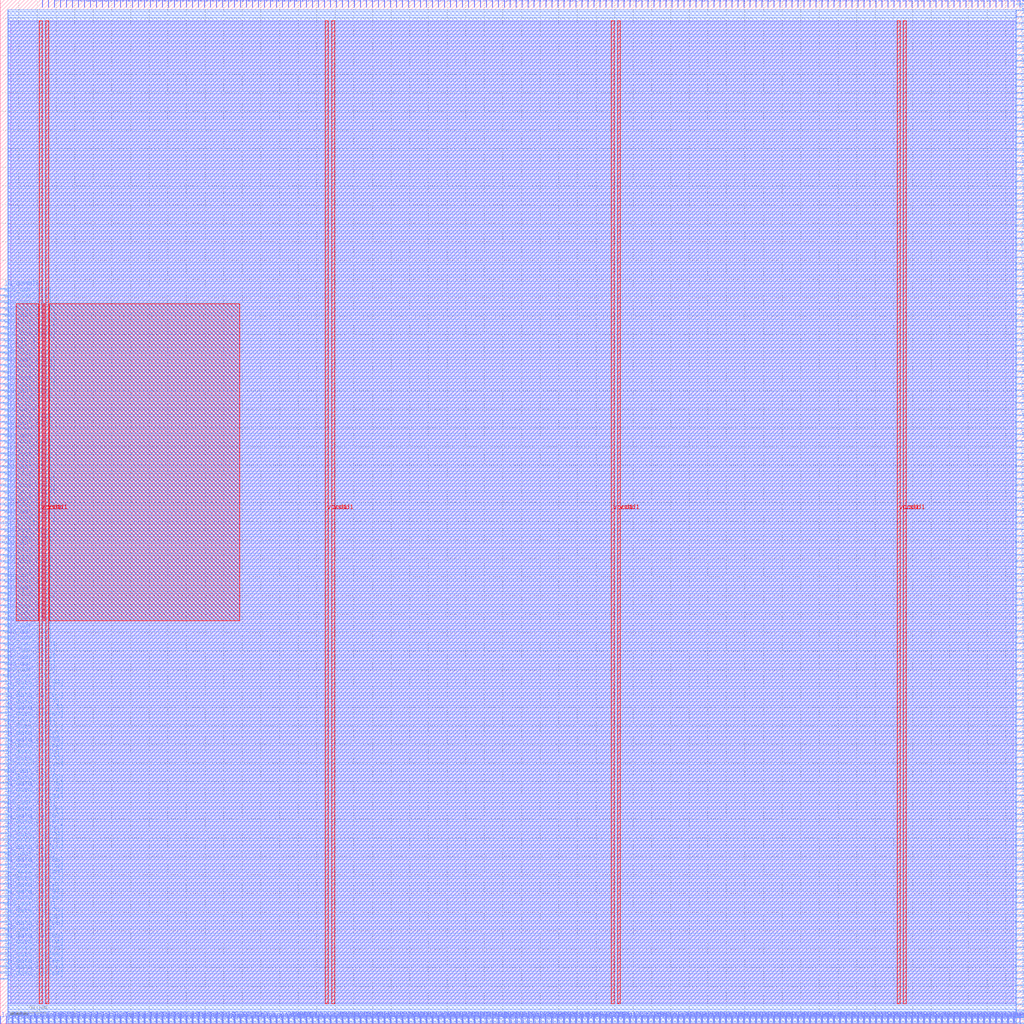
<source format=lef>
VERSION 5.7 ;
  NOWIREEXTENSIONATPIN ON ;
  DIVIDERCHAR "/" ;
  BUSBITCHARS "[]" ;
MACRO sample_team_proj_Wrapper
  CLASS BLOCK ;
  FOREIGN sample_team_proj_Wrapper ;
  ORIGIN 0.000 0.000 ;
  SIZE 550.000 BY 550.000 ;
  PIN gpio_in[0]
    DIRECTION INPUT ;
    USE SIGNAL ;
    PORT
      LAYER met2 ;
        RECT 12.970 0.000 13.250 4.000 ;
    END
  END gpio_in[0]
  PIN gpio_in[10]
    DIRECTION INPUT ;
    USE SIGNAL ;
    PORT
      LAYER met2 ;
        RECT 22.630 0.000 22.910 4.000 ;
    END
  END gpio_in[10]
  PIN gpio_in[11]
    DIRECTION INPUT ;
    USE SIGNAL ;
    PORT
      LAYER met2 ;
        RECT 19.410 0.000 19.690 4.000 ;
    END
  END gpio_in[11]
  PIN gpio_in[12]
    DIRECTION INPUT ;
    USE SIGNAL ;
    PORT
      LAYER met2 ;
        RECT 16.190 0.000 16.470 4.000 ;
    END
  END gpio_in[12]
  PIN gpio_in[13]
    DIRECTION INPUT ;
    USE SIGNAL ;
    PORT
      LAYER met2 ;
        RECT 25.850 0.000 26.130 4.000 ;
    END
  END gpio_in[13]
  PIN gpio_in[14]
    DIRECTION INPUT ;
    USE SIGNAL ;
    PORT
      LAYER met2 ;
        RECT 35.510 0.000 35.790 4.000 ;
    END
  END gpio_in[14]
  PIN gpio_in[15]
    DIRECTION INPUT ;
    USE SIGNAL ;
    PORT
      LAYER met2 ;
        RECT 32.290 0.000 32.570 4.000 ;
    END
  END gpio_in[15]
  PIN gpio_in[16]
    DIRECTION INPUT ;
    USE SIGNAL ;
    PORT
      LAYER met2 ;
        RECT 29.070 0.000 29.350 4.000 ;
    END
  END gpio_in[16]
  PIN gpio_in[17]
    DIRECTION INPUT ;
    USE SIGNAL ;
    PORT
      LAYER met2 ;
        RECT 206.170 0.000 206.450 4.000 ;
    END
  END gpio_in[17]
  PIN gpio_in[18]
    DIRECTION INPUT ;
    USE SIGNAL ;
    PORT
      LAYER met2 ;
        RECT 45.170 0.000 45.450 4.000 ;
    END
  END gpio_in[18]
  PIN gpio_in[19]
    DIRECTION INPUT ;
    USE SIGNAL ;
    PORT
      LAYER met2 ;
        RECT 38.730 0.000 39.010 4.000 ;
    END
  END gpio_in[19]
  PIN gpio_in[1]
    DIRECTION INPUT ;
    USE SIGNAL ;
    PORT
      LAYER met2 ;
        RECT 41.950 0.000 42.230 4.000 ;
    END
  END gpio_in[1]
  PIN gpio_in[20]
    DIRECTION INPUT ;
    USE SIGNAL ;
    PORT
      LAYER met2 ;
        RECT 54.830 0.000 55.110 4.000 ;
    END
  END gpio_in[20]
  PIN gpio_in[21]
    DIRECTION INPUT ;
    USE SIGNAL ;
    PORT
      LAYER met2 ;
        RECT 48.390 0.000 48.670 4.000 ;
    END
  END gpio_in[21]
  PIN gpio_in[22]
    DIRECTION INPUT ;
    USE SIGNAL ;
    PORT
      LAYER met2 ;
        RECT 51.610 0.000 51.890 4.000 ;
    END
  END gpio_in[22]
  PIN gpio_in[23]
    DIRECTION INPUT ;
    USE SIGNAL ;
    PORT
      LAYER met2 ;
        RECT 64.490 0.000 64.770 4.000 ;
    END
  END gpio_in[23]
  PIN gpio_in[24]
    DIRECTION INPUT ;
    USE SIGNAL ;
    PORT
      LAYER met2 ;
        RECT 58.050 0.000 58.330 4.000 ;
    END
  END gpio_in[24]
  PIN gpio_in[25]
    DIRECTION INPUT ;
    USE SIGNAL ;
    PORT
      LAYER met2 ;
        RECT 61.270 0.000 61.550 4.000 ;
    END
  END gpio_in[25]
  PIN gpio_in[26]
    DIRECTION INPUT ;
    USE SIGNAL ;
    PORT
      LAYER met2 ;
        RECT 74.150 0.000 74.430 4.000 ;
    END
  END gpio_in[26]
  PIN gpio_in[27]
    DIRECTION INPUT ;
    USE SIGNAL ;
    PORT
      LAYER met2 ;
        RECT 67.710 0.000 67.990 4.000 ;
    END
  END gpio_in[27]
  PIN gpio_in[28]
    DIRECTION INPUT ;
    USE SIGNAL ;
    PORT
      LAYER met2 ;
        RECT 70.930 0.000 71.210 4.000 ;
    END
  END gpio_in[28]
  PIN gpio_in[29]
    DIRECTION INPUT ;
    USE SIGNAL ;
    PORT
      LAYER met2 ;
        RECT 83.810 0.000 84.090 4.000 ;
    END
  END gpio_in[29]
  PIN gpio_in[2]
    DIRECTION INPUT ;
    USE SIGNAL ;
    PORT
      LAYER met2 ;
        RECT 77.370 0.000 77.650 4.000 ;
    END
  END gpio_in[2]
  PIN gpio_in[30]
    DIRECTION INPUT ;
    USE SIGNAL ;
    PORT
      LAYER met2 ;
        RECT 80.590 0.000 80.870 4.000 ;
    END
  END gpio_in[30]
  PIN gpio_in[31]
    DIRECTION INPUT ;
    USE SIGNAL ;
    PORT
      LAYER met2 ;
        RECT 93.470 0.000 93.750 4.000 ;
    END
  END gpio_in[31]
  PIN gpio_in[32]
    DIRECTION INPUT ;
    USE SIGNAL ;
    PORT
      LAYER met2 ;
        RECT 87.030 0.000 87.310 4.000 ;
    END
  END gpio_in[32]
  PIN gpio_in[33]
    DIRECTION INPUT ;
    USE SIGNAL ;
    PORT
      LAYER met2 ;
        RECT 90.250 0.000 90.530 4.000 ;
    END
  END gpio_in[33]
  PIN gpio_in[34]
    DIRECTION INPUT ;
    USE SIGNAL ;
    PORT
      LAYER met2 ;
        RECT 103.130 0.000 103.410 4.000 ;
    END
  END gpio_in[34]
  PIN gpio_in[35]
    DIRECTION INPUT ;
    USE SIGNAL ;
    PORT
      LAYER met2 ;
        RECT 96.690 0.000 96.970 4.000 ;
    END
  END gpio_in[35]
  PIN gpio_in[36]
    DIRECTION INPUT ;
    USE SIGNAL ;
    PORT
      LAYER met2 ;
        RECT 99.910 0.000 100.190 4.000 ;
    END
  END gpio_in[36]
  PIN gpio_in[37]
    DIRECTION INPUT ;
    USE SIGNAL ;
    PORT
      LAYER met2 ;
        RECT 112.790 0.000 113.070 4.000 ;
    END
  END gpio_in[37]
  PIN gpio_in[3]
    DIRECTION INPUT ;
    USE SIGNAL ;
    PORT
      LAYER met2 ;
        RECT 106.350 0.000 106.630 4.000 ;
    END
  END gpio_in[3]
  PIN gpio_in[4]
    DIRECTION INPUT ;
    USE SIGNAL ;
    PORT
      LAYER met2 ;
        RECT 109.570 0.000 109.850 4.000 ;
    END
  END gpio_in[4]
  PIN gpio_in[5]
    DIRECTION INPUT ;
    USE SIGNAL ;
    PORT
      LAYER met2 ;
        RECT 122.450 0.000 122.730 4.000 ;
    END
  END gpio_in[5]
  PIN gpio_in[6]
    DIRECTION INPUT ;
    USE SIGNAL ;
    PORT
      LAYER met2 ;
        RECT 116.010 0.000 116.290 4.000 ;
    END
  END gpio_in[6]
  PIN gpio_in[7]
    DIRECTION INPUT ;
    USE SIGNAL ;
    PORT
      LAYER met2 ;
        RECT 119.230 0.000 119.510 4.000 ;
    END
  END gpio_in[7]
  PIN gpio_in[8]
    DIRECTION INPUT ;
    USE SIGNAL ;
    PORT
      LAYER met2 ;
        RECT 338.190 0.000 338.470 4.000 ;
    END
  END gpio_in[8]
  PIN gpio_in[9]
    DIRECTION INPUT ;
    USE SIGNAL ;
    PORT
      LAYER met2 ;
        RECT 125.670 0.000 125.950 4.000 ;
    END
  END gpio_in[9]
  PIN gpio_oeb[0]
    DIRECTION OUTPUT ;
    USE SIGNAL ;
    ANTENNADIFFAREA 0.795200 ;
    PORT
      LAYER met3 ;
        RECT 546.000 544.040 550.000 544.640 ;
    END
  END gpio_oeb[0]
  PIN gpio_oeb[10]
    DIRECTION OUTPUT ;
    USE SIGNAL ;
    ANTENNADIFFAREA 0.445500 ;
    PORT
      LAYER met3 ;
        RECT 546.000 455.640 550.000 456.240 ;
    END
  END gpio_oeb[10]
  PIN gpio_oeb[11]
    DIRECTION OUTPUT ;
    USE SIGNAL ;
    ANTENNADIFFAREA 0.445500 ;
    PORT
      LAYER met3 ;
        RECT 546.000 503.240 550.000 503.840 ;
    END
  END gpio_oeb[11]
  PIN gpio_oeb[12]
    DIRECTION OUTPUT ;
    USE SIGNAL ;
    ANTENNADIFFAREA 0.445500 ;
    PORT
      LAYER met3 ;
        RECT 546.000 476.040 550.000 476.640 ;
    END
  END gpio_oeb[12]
  PIN gpio_oeb[13]
    DIRECTION OUTPUT ;
    USE SIGNAL ;
    ANTENNADIFFAREA 0.445500 ;
    PORT
      LAYER met3 ;
        RECT 546.000 282.240 550.000 282.840 ;
    END
  END gpio_oeb[13]
  PIN gpio_oeb[14]
    DIRECTION OUTPUT ;
    USE SIGNAL ;
    ANTENNADIFFAREA 0.445500 ;
    PORT
      LAYER met3 ;
        RECT 546.000 380.840 550.000 381.440 ;
    END
  END gpio_oeb[14]
  PIN gpio_oeb[15]
    DIRECTION OUTPUT ;
    USE SIGNAL ;
    ANTENNADIFFAREA 0.445500 ;
    PORT
      LAYER met3 ;
        RECT 546.000 363.840 550.000 364.440 ;
    END
  END gpio_oeb[15]
  PIN gpio_oeb[16]
    DIRECTION OUTPUT ;
    USE SIGNAL ;
    ANTENNADIFFAREA 0.445500 ;
    PORT
      LAYER met3 ;
        RECT 546.000 411.440 550.000 412.040 ;
    END
  END gpio_oeb[16]
  PIN gpio_oeb[17]
    DIRECTION OUTPUT ;
    USE SIGNAL ;
    ANTENNADIFFAREA 0.445500 ;
    PORT
      LAYER met3 ;
        RECT 546.000 418.240 550.000 418.840 ;
    END
  END gpio_oeb[17]
  PIN gpio_oeb[18]
    DIRECTION OUTPUT ;
    USE SIGNAL ;
    ANTENNADIFFAREA 0.445500 ;
    PORT
      LAYER met3 ;
        RECT 546.000 408.040 550.000 408.640 ;
    END
  END gpio_oeb[18]
  PIN gpio_oeb[19]
    DIRECTION OUTPUT ;
    USE SIGNAL ;
    ANTENNADIFFAREA 0.445500 ;
    PORT
      LAYER met3 ;
        RECT 546.000 360.440 550.000 361.040 ;
    END
  END gpio_oeb[19]
  PIN gpio_oeb[1]
    DIRECTION OUTPUT ;
    USE SIGNAL ;
    ANTENNADIFFAREA 0.445500 ;
    PORT
      LAYER met2 ;
        RECT 141.770 0.000 142.050 4.000 ;
    END
  END gpio_oeb[1]
  PIN gpio_oeb[20]
    DIRECTION OUTPUT ;
    USE SIGNAL ;
    ANTENNADIFFAREA 0.445500 ;
    PORT
      LAYER met3 ;
        RECT 546.000 462.440 550.000 463.040 ;
    END
  END gpio_oeb[20]
  PIN gpio_oeb[21]
    DIRECTION OUTPUT ;
    USE SIGNAL ;
    ANTENNADIFFAREA 0.445500 ;
    PORT
      LAYER met3 ;
        RECT 546.000 489.640 550.000 490.240 ;
    END
  END gpio_oeb[21]
  PIN gpio_oeb[22]
    DIRECTION OUTPUT ;
    USE SIGNAL ;
    ANTENNADIFFAREA 0.445500 ;
    PORT
      LAYER met3 ;
        RECT 546.000 306.040 550.000 306.640 ;
    END
  END gpio_oeb[22]
  PIN gpio_oeb[23]
    DIRECTION OUTPUT ;
    USE SIGNAL ;
    ANTENNADIFFAREA 0.445500 ;
    PORT
      LAYER met3 ;
        RECT 546.000 496.440 550.000 497.040 ;
    END
  END gpio_oeb[23]
  PIN gpio_oeb[24]
    DIRECTION OUTPUT ;
    USE SIGNAL ;
    ANTENNADIFFAREA 0.445500 ;
    PORT
      LAYER met3 ;
        RECT 546.000 292.440 550.000 293.040 ;
    END
  END gpio_oeb[24]
  PIN gpio_oeb[25]
    DIRECTION OUTPUT ;
    USE SIGNAL ;
    ANTENNADIFFAREA 0.445500 ;
    PORT
      LAYER met3 ;
        RECT 546.000 537.240 550.000 537.840 ;
    END
  END gpio_oeb[25]
  PIN gpio_oeb[26]
    DIRECTION OUTPUT ;
    USE SIGNAL ;
    ANTENNADIFFAREA 0.445500 ;
    PORT
      LAYER met3 ;
        RECT 546.000 370.640 550.000 371.240 ;
    END
  END gpio_oeb[26]
  PIN gpio_oeb[27]
    DIRECTION OUTPUT ;
    USE SIGNAL ;
    ANTENNADIFFAREA 0.445500 ;
    PORT
      LAYER met3 ;
        RECT 546.000 452.240 550.000 452.840 ;
    END
  END gpio_oeb[27]
  PIN gpio_oeb[28]
    DIRECTION OUTPUT ;
    USE SIGNAL ;
    ANTENNADIFFAREA 0.445500 ;
    PORT
      LAYER met3 ;
        RECT 546.000 472.640 550.000 473.240 ;
    END
  END gpio_oeb[28]
  PIN gpio_oeb[29]
    DIRECTION OUTPUT ;
    USE SIGNAL ;
    ANTENNADIFFAREA 0.445500 ;
    PORT
      LAYER met3 ;
        RECT 546.000 350.240 550.000 350.840 ;
    END
  END gpio_oeb[29]
  PIN gpio_oeb[2]
    DIRECTION OUTPUT ;
    USE SIGNAL ;
    ANTENNADIFFAREA 0.445500 ;
    PORT
      LAYER met2 ;
        RECT 144.990 0.000 145.270 4.000 ;
    END
  END gpio_oeb[2]
  PIN gpio_oeb[30]
    DIRECTION OUTPUT ;
    USE SIGNAL ;
    ANTENNADIFFAREA 0.445500 ;
    PORT
      LAYER met3 ;
        RECT 546.000 523.640 550.000 524.240 ;
    END
  END gpio_oeb[30]
  PIN gpio_oeb[31]
    DIRECTION OUTPUT ;
    USE SIGNAL ;
    ANTENNADIFFAREA 0.445500 ;
    PORT
      LAYER met3 ;
        RECT 546.000 319.640 550.000 320.240 ;
    END
  END gpio_oeb[31]
  PIN gpio_oeb[32]
    DIRECTION OUTPUT ;
    USE SIGNAL ;
    ANTENNADIFFAREA 0.445500 ;
    PORT
      LAYER met3 ;
        RECT 546.000 510.040 550.000 510.640 ;
    END
  END gpio_oeb[32]
  PIN gpio_oeb[33]
    DIRECTION OUTPUT ;
    USE SIGNAL ;
    ANTENNADIFFAREA 0.445500 ;
    PORT
      LAYER met3 ;
        RECT 546.000 414.840 550.000 415.440 ;
    END
  END gpio_oeb[33]
  PIN gpio_oeb[34]
    DIRECTION OUTPUT ;
    USE SIGNAL ;
    ANTENNADIFFAREA 0.445500 ;
    PORT
      LAYER met3 ;
        RECT 546.000 506.640 550.000 507.240 ;
    END
  END gpio_oeb[34]
  PIN gpio_oeb[35]
    DIRECTION OUTPUT ;
    USE SIGNAL ;
    ANTENNADIFFAREA 0.445500 ;
    PORT
      LAYER met3 ;
        RECT 546.000 527.040 550.000 527.640 ;
    END
  END gpio_oeb[35]
  PIN gpio_oeb[36]
    DIRECTION OUTPUT ;
    USE SIGNAL ;
    ANTENNADIFFAREA 0.445500 ;
    PORT
      LAYER met3 ;
        RECT 546.000 268.640 550.000 269.240 ;
    END
  END gpio_oeb[36]
  PIN gpio_oeb[37]
    DIRECTION OUTPUT ;
    USE SIGNAL ;
    ANTENNADIFFAREA 0.445500 ;
    PORT
      LAYER met3 ;
        RECT 546.000 343.440 550.000 344.040 ;
    END
  END gpio_oeb[37]
  PIN gpio_oeb[3]
    DIRECTION OUTPUT ;
    USE SIGNAL ;
    ANTENNADIFFAREA 0.445500 ;
    PORT
      LAYER met2 ;
        RECT 151.430 0.000 151.710 4.000 ;
    END
  END gpio_oeb[3]
  PIN gpio_oeb[4]
    DIRECTION OUTPUT ;
    USE SIGNAL ;
    ANTENNADIFFAREA 0.445500 ;
    PORT
      LAYER met2 ;
        RECT 148.210 0.000 148.490 4.000 ;
    END
  END gpio_oeb[4]
  PIN gpio_oeb[5]
    DIRECTION OUTPUT ;
    USE SIGNAL ;
    ANTENNADIFFAREA 0.445500 ;
    PORT
      LAYER met3 ;
        RECT 546.000 421.640 550.000 422.240 ;
    END
  END gpio_oeb[5]
  PIN gpio_oeb[6]
    DIRECTION OUTPUT ;
    USE SIGNAL ;
    ANTENNADIFFAREA 0.445500 ;
    PORT
      LAYER met3 ;
        RECT 546.000 499.840 550.000 500.440 ;
    END
  END gpio_oeb[6]
  PIN gpio_oeb[7]
    DIRECTION OUTPUT ;
    USE SIGNAL ;
    ANTENNADIFFAREA 0.445500 ;
    PORT
      LAYER met3 ;
        RECT 546.000 516.840 550.000 517.440 ;
    END
  END gpio_oeb[7]
  PIN gpio_oeb[8]
    DIRECTION OUTPUT ;
    USE SIGNAL ;
    ANTENNADIFFAREA 0.445500 ;
    PORT
      LAYER met3 ;
        RECT 546.000 336.640 550.000 337.240 ;
    END
  END gpio_oeb[8]
  PIN gpio_oeb[9]
    DIRECTION OUTPUT ;
    USE SIGNAL ;
    ANTENNADIFFAREA 0.445500 ;
    PORT
      LAYER met3 ;
        RECT 546.000 530.440 550.000 531.040 ;
    END
  END gpio_oeb[9]
  PIN gpio_out[0]
    DIRECTION OUTPUT ;
    USE SIGNAL ;
    ANTENNADIFFAREA 0.445500 ;
    PORT
      LAYER met3 ;
        RECT 546.000 244.840 550.000 245.440 ;
    END
  END gpio_out[0]
  PIN gpio_out[10]
    DIRECTION OUTPUT ;
    USE SIGNAL ;
    ANTENNADIFFAREA 0.445500 ;
    PORT
      LAYER met3 ;
        RECT 546.000 275.440 550.000 276.040 ;
    END
  END gpio_out[10]
  PIN gpio_out[11]
    DIRECTION OUTPUT ;
    USE SIGNAL ;
    ANTENNADIFFAREA 0.445500 ;
    PORT
      LAYER met3 ;
        RECT 546.000 340.040 550.000 340.640 ;
    END
  END gpio_out[11]
  PIN gpio_out[12]
    DIRECTION OUTPUT ;
    USE SIGNAL ;
    ANTENNADIFFAREA 0.445500 ;
    PORT
      LAYER met3 ;
        RECT 546.000 374.040 550.000 374.640 ;
    END
  END gpio_out[12]
  PIN gpio_out[13]
    DIRECTION OUTPUT ;
    USE SIGNAL ;
    ANTENNADIFFAREA 0.445500 ;
    PORT
      LAYER met3 ;
        RECT 546.000 258.440 550.000 259.040 ;
    END
  END gpio_out[13]
  PIN gpio_out[14]
    DIRECTION OUTPUT ;
    USE SIGNAL ;
    ANTENNADIFFAREA 0.445500 ;
    PORT
      LAYER met3 ;
        RECT 546.000 224.440 550.000 225.040 ;
    END
  END gpio_out[14]
  PIN gpio_out[15]
    DIRECTION OUTPUT ;
    USE SIGNAL ;
    ANTENNADIFFAREA 0.445500 ;
    PORT
      LAYER met3 ;
        RECT 546.000 295.840 550.000 296.440 ;
    END
  END gpio_out[15]
  PIN gpio_out[16]
    DIRECTION OUTPUT ;
    USE SIGNAL ;
    ANTENNADIFFAREA 0.445500 ;
    PORT
      LAYER met3 ;
        RECT 546.000 316.240 550.000 316.840 ;
    END
  END gpio_out[16]
  PIN gpio_out[17]
    DIRECTION OUTPUT ;
    USE SIGNAL ;
    ANTENNADIFFAREA 0.445500 ;
    PORT
      LAYER met3 ;
        RECT 546.000 255.040 550.000 255.640 ;
    END
  END gpio_out[17]
  PIN gpio_out[18]
    DIRECTION OUTPUT ;
    USE SIGNAL ;
    ANTENNADIFFAREA 0.445500 ;
    PORT
      LAYER met3 ;
        RECT 546.000 309.440 550.000 310.040 ;
    END
  END gpio_out[18]
  PIN gpio_out[19]
    DIRECTION OUTPUT ;
    USE SIGNAL ;
    ANTENNADIFFAREA 0.445500 ;
    PORT
      LAYER met3 ;
        RECT 546.000 329.840 550.000 330.440 ;
    END
  END gpio_out[19]
  PIN gpio_out[1]
    DIRECTION OUTPUT ;
    USE SIGNAL ;
    ANTENNADIFFAREA 0.445500 ;
    PORT
      LAYER met3 ;
        RECT 546.000 3.440 550.000 4.040 ;
    END
  END gpio_out[1]
  PIN gpio_out[20]
    DIRECTION OUTPUT ;
    USE SIGNAL ;
    ANTENNADIFFAREA 0.445500 ;
    PORT
      LAYER met3 ;
        RECT 546.000 367.240 550.000 367.840 ;
    END
  END gpio_out[20]
  PIN gpio_out[21]
    DIRECTION OUTPUT ;
    USE SIGNAL ;
    ANTENNADIFFAREA 0.445500 ;
    PORT
      LAYER met3 ;
        RECT 546.000 251.640 550.000 252.240 ;
    END
  END gpio_out[21]
  PIN gpio_out[22]
    DIRECTION OUTPUT ;
    USE SIGNAL ;
    ANTENNADIFFAREA 0.445500 ;
    PORT
      LAYER met3 ;
        RECT 546.000 231.240 550.000 231.840 ;
    END
  END gpio_out[22]
  PIN gpio_out[23]
    DIRECTION OUTPUT ;
    USE SIGNAL ;
    ANTENNADIFFAREA 0.445500 ;
    PORT
      LAYER met3 ;
        RECT 546.000 234.640 550.000 235.240 ;
    END
  END gpio_out[23]
  PIN gpio_out[24]
    DIRECTION OUTPUT ;
    USE SIGNAL ;
    ANTENNADIFFAREA 0.445500 ;
    PORT
      LAYER met3 ;
        RECT 546.000 238.040 550.000 238.640 ;
    END
  END gpio_out[24]
  PIN gpio_out[25]
    DIRECTION OUTPUT ;
    USE SIGNAL ;
    ANTENNADIFFAREA 0.445500 ;
    PORT
      LAYER met3 ;
        RECT 546.000 261.840 550.000 262.440 ;
    END
  END gpio_out[25]
  PIN gpio_out[26]
    DIRECTION OUTPUT ;
    USE SIGNAL ;
    ANTENNADIFFAREA 0.445500 ;
    PORT
      LAYER met3 ;
        RECT 546.000 391.040 550.000 391.640 ;
    END
  END gpio_out[26]
  PIN gpio_out[27]
    DIRECTION OUTPUT ;
    USE SIGNAL ;
    ANTENNADIFFAREA 0.445500 ;
    PORT
      LAYER met3 ;
        RECT 546.000 285.640 550.000 286.240 ;
    END
  END gpio_out[27]
  PIN gpio_out[28]
    DIRECTION OUTPUT ;
    USE SIGNAL ;
    ANTENNADIFFAREA 0.445500 ;
    PORT
      LAYER met3 ;
        RECT 546.000 326.440 550.000 327.040 ;
    END
  END gpio_out[28]
  PIN gpio_out[29]
    DIRECTION OUTPUT ;
    USE SIGNAL ;
    ANTENNADIFFAREA 0.445500 ;
    PORT
      LAYER met3 ;
        RECT 546.000 493.040 550.000 493.640 ;
    END
  END gpio_out[29]
  PIN gpio_out[2]
    DIRECTION OUTPUT ;
    USE SIGNAL ;
    ANTENNADIFFAREA 0.445500 ;
    PORT
      LAYER met3 ;
        RECT 546.000 51.040 550.000 51.640 ;
    END
  END gpio_out[2]
  PIN gpio_out[30]
    DIRECTION OUTPUT ;
    USE SIGNAL ;
    ANTENNADIFFAREA 0.445500 ;
    PORT
      LAYER met3 ;
        RECT 546.000 248.240 550.000 248.840 ;
    END
  END gpio_out[30]
  PIN gpio_out[31]
    DIRECTION OUTPUT ;
    USE SIGNAL ;
    ANTENNADIFFAREA 0.445500 ;
    PORT
      LAYER met3 ;
        RECT 546.000 486.240 550.000 486.840 ;
    END
  END gpio_out[31]
  PIN gpio_out[32]
    DIRECTION OUTPUT ;
    USE SIGNAL ;
    ANTENNADIFFAREA 0.445500 ;
    PORT
      LAYER met3 ;
        RECT 546.000 299.240 550.000 299.840 ;
    END
  END gpio_out[32]
  PIN gpio_out[33]
    DIRECTION OUTPUT ;
    USE SIGNAL ;
    ANTENNADIFFAREA 0.445500 ;
    PORT
      LAYER met3 ;
        RECT 546.000 533.840 550.000 534.440 ;
    END
  END gpio_out[33]
  PIN gpio_out[34]
    DIRECTION OUTPUT ;
    USE SIGNAL ;
    ANTENNADIFFAREA 0.445500 ;
    PORT
      LAYER met3 ;
        RECT 546.000 241.440 550.000 242.040 ;
    END
  END gpio_out[34]
  PIN gpio_out[35]
    DIRECTION OUTPUT ;
    USE SIGNAL ;
    ANTENNADIFFAREA 0.445500 ;
    PORT
      LAYER met2 ;
        RECT 312.430 0.000 312.710 4.000 ;
    END
  END gpio_out[35]
  PIN gpio_out[36]
    DIRECTION OUTPUT ;
    USE SIGNAL ;
    ANTENNADIFFAREA 0.445500 ;
    PORT
      LAYER met2 ;
        RECT 315.650 0.000 315.930 4.000 ;
    END
  END gpio_out[36]
  PIN gpio_out[37]
    DIRECTION OUTPUT ;
    USE SIGNAL ;
    ANTENNADIFFAREA 0.445500 ;
    PORT
      LAYER met2 ;
        RECT 309.210 0.000 309.490 4.000 ;
    END
  END gpio_out[37]
  PIN gpio_out[3]
    DIRECTION OUTPUT ;
    USE SIGNAL ;
    ANTENNADIFFAREA 0.445500 ;
    PORT
      LAYER met3 ;
        RECT 546.000 112.240 550.000 112.840 ;
    END
  END gpio_out[3]
  PIN gpio_out[4]
    DIRECTION OUTPUT ;
    USE SIGNAL ;
    ANTENNADIFFAREA 0.445500 ;
    PORT
      LAYER met3 ;
        RECT 546.000 119.040 550.000 119.640 ;
    END
  END gpio_out[4]
  PIN gpio_out[5]
    DIRECTION OUTPUT ;
    USE SIGNAL ;
    ANTENNADIFFAREA 0.445500 ;
    PORT
      LAYER met3 ;
        RECT 546.000 265.240 550.000 265.840 ;
    END
  END gpio_out[5]
  PIN gpio_out[6]
    DIRECTION OUTPUT ;
    USE SIGNAL ;
    ANTENNADIFFAREA 0.445500 ;
    PORT
      LAYER met3 ;
        RECT 546.000 302.640 550.000 303.240 ;
    END
  END gpio_out[6]
  PIN gpio_out[7]
    DIRECTION OUTPUT ;
    USE SIGNAL ;
    ANTENNADIFFAREA 0.445500 ;
    PORT
      LAYER met3 ;
        RECT 546.000 227.840 550.000 228.440 ;
    END
  END gpio_out[7]
  PIN gpio_out[8]
    DIRECTION OUTPUT ;
    USE SIGNAL ;
    ANTENNADIFFAREA 0.445500 ;
    PORT
      LAYER met3 ;
        RECT 546.000 404.640 550.000 405.240 ;
    END
  END gpio_out[8]
  PIN gpio_out[9]
    DIRECTION OUTPUT ;
    USE SIGNAL ;
    ANTENNADIFFAREA 0.445500 ;
    PORT
      LAYER met3 ;
        RECT 546.000 289.040 550.000 289.640 ;
    END
  END gpio_out[9]
  PIN irq[0]
    DIRECTION OUTPUT ;
    USE SIGNAL ;
    ANTENNADIFFAREA 0.445500 ;
    PORT
      LAYER met2 ;
        RECT 264.130 0.000 264.410 4.000 ;
    END
  END irq[0]
  PIN irq[1]
    DIRECTION OUTPUT ;
    USE SIGNAL ;
    ANTENNADIFFAREA 0.445500 ;
    PORT
      LAYER met3 ;
        RECT 546.000 54.440 550.000 55.040 ;
    END
  END irq[1]
  PIN irq[2]
    DIRECTION OUTPUT ;
    USE SIGNAL ;
    ANTENNADIFFAREA 0.445500 ;
    PORT
      LAYER met3 ;
        RECT 546.000 0.040 550.000 0.640 ;
    END
  END irq[2]
  PIN la_data_in[0]
    DIRECTION INPUT ;
    USE SIGNAL ;
    ANTENNAGATEAREA 0.213000 ;
    ANTENNADIFFAREA 0.434700 ;
    PORT
      LAYER met3 ;
        RECT 546.000 445.440 550.000 446.040 ;
    END
  END la_data_in[0]
  PIN la_data_in[100]
    DIRECTION INPUT ;
    USE SIGNAL ;
    PORT
      LAYER met2 ;
        RECT 128.890 0.000 129.170 4.000 ;
    END
  END la_data_in[100]
  PIN la_data_in[101]
    DIRECTION INPUT ;
    USE SIGNAL ;
    PORT
      LAYER met2 ;
        RECT 132.110 0.000 132.390 4.000 ;
    END
  END la_data_in[101]
  PIN la_data_in[102]
    DIRECTION INPUT ;
    USE SIGNAL ;
    PORT
      LAYER met2 ;
        RECT 135.330 0.000 135.610 4.000 ;
    END
  END la_data_in[102]
  PIN la_data_in[103]
    DIRECTION INPUT ;
    USE SIGNAL ;
    PORT
      LAYER met2 ;
        RECT 138.550 0.000 138.830 4.000 ;
    END
  END la_data_in[103]
  PIN la_data_in[104]
    DIRECTION INPUT ;
    USE SIGNAL ;
    PORT
      LAYER met2 ;
        RECT 6.530 0.000 6.810 4.000 ;
    END
  END la_data_in[104]
  PIN la_data_in[105]
    DIRECTION INPUT ;
    USE SIGNAL ;
    PORT
      LAYER met2 ;
        RECT 154.650 0.000 154.930 4.000 ;
    END
  END la_data_in[105]
  PIN la_data_in[106]
    DIRECTION INPUT ;
    USE SIGNAL ;
    PORT
      LAYER met2 ;
        RECT 157.870 0.000 158.150 4.000 ;
    END
  END la_data_in[106]
  PIN la_data_in[107]
    DIRECTION INPUT ;
    USE SIGNAL ;
    PORT
      LAYER met2 ;
        RECT 167.530 0.000 167.810 4.000 ;
    END
  END la_data_in[107]
  PIN la_data_in[108]
    DIRECTION INPUT ;
    USE SIGNAL ;
    PORT
      LAYER met2 ;
        RECT 9.750 0.000 10.030 4.000 ;
    END
  END la_data_in[108]
  PIN la_data_in[109]
    DIRECTION INPUT ;
    USE SIGNAL ;
    PORT
      LAYER met2 ;
        RECT 173.970 0.000 174.250 4.000 ;
    END
  END la_data_in[109]
  PIN la_data_in[10]
    DIRECTION INPUT ;
    USE SIGNAL ;
    PORT
      LAYER met2 ;
        RECT 170.750 0.000 171.030 4.000 ;
    END
  END la_data_in[10]
  PIN la_data_in[110]
    DIRECTION INPUT ;
    USE SIGNAL ;
    PORT
      LAYER met2 ;
        RECT 164.310 0.000 164.590 4.000 ;
    END
  END la_data_in[110]
  PIN la_data_in[111]
    DIRECTION INPUT ;
    USE SIGNAL ;
    PORT
      LAYER met2 ;
        RECT 161.090 0.000 161.370 4.000 ;
    END
  END la_data_in[111]
  PIN la_data_in[112]
    DIRECTION INPUT ;
    USE SIGNAL ;
    PORT
      LAYER met2 ;
        RECT 180.410 0.000 180.690 4.000 ;
    END
  END la_data_in[112]
  PIN la_data_in[113]
    DIRECTION INPUT ;
    USE SIGNAL ;
    PORT
      LAYER met2 ;
        RECT 183.630 0.000 183.910 4.000 ;
    END
  END la_data_in[113]
  PIN la_data_in[114]
    DIRECTION INPUT ;
    USE SIGNAL ;
    PORT
      LAYER met2 ;
        RECT 354.290 0.000 354.570 4.000 ;
    END
  END la_data_in[114]
  PIN la_data_in[115]
    DIRECTION INPUT ;
    USE SIGNAL ;
    PORT
      LAYER met2 ;
        RECT 196.510 0.000 196.790 4.000 ;
    END
  END la_data_in[115]
  PIN la_data_in[116]
    DIRECTION INPUT ;
    USE SIGNAL ;
    PORT
      LAYER met2 ;
        RECT 193.290 0.000 193.570 4.000 ;
    END
  END la_data_in[116]
  PIN la_data_in[117]
    DIRECTION INPUT ;
    USE SIGNAL ;
    PORT
      LAYER met2 ;
        RECT 202.950 0.000 203.230 4.000 ;
    END
  END la_data_in[117]
  PIN la_data_in[118]
    DIRECTION INPUT ;
    USE SIGNAL ;
    PORT
      LAYER met2 ;
        RECT 190.070 0.000 190.350 4.000 ;
    END
  END la_data_in[118]
  PIN la_data_in[119]
    DIRECTION INPUT ;
    USE SIGNAL ;
    PORT
      LAYER met2 ;
        RECT 186.850 0.000 187.130 4.000 ;
    END
  END la_data_in[119]
  PIN la_data_in[11]
    DIRECTION INPUT ;
    USE SIGNAL ;
    PORT
      LAYER met2 ;
        RECT 370.390 0.000 370.670 4.000 ;
    END
  END la_data_in[11]
  PIN la_data_in[120]
    DIRECTION INPUT ;
    USE SIGNAL ;
    PORT
      LAYER met2 ;
        RECT 209.390 0.000 209.670 4.000 ;
    END
  END la_data_in[120]
  PIN la_data_in[121]
    DIRECTION INPUT ;
    USE SIGNAL ;
    PORT
      LAYER met2 ;
        RECT 219.050 0.000 219.330 4.000 ;
    END
  END la_data_in[121]
  PIN la_data_in[122]
    DIRECTION INPUT ;
    USE SIGNAL ;
    PORT
      LAYER met2 ;
        RECT 199.730 0.000 200.010 4.000 ;
    END
  END la_data_in[122]
  PIN la_data_in[123]
    DIRECTION INPUT ;
    USE SIGNAL ;
    PORT
      LAYER met2 ;
        RECT 225.490 0.000 225.770 4.000 ;
    END
  END la_data_in[123]
  PIN la_data_in[124]
    DIRECTION INPUT ;
    USE SIGNAL ;
    PORT
      LAYER met2 ;
        RECT 222.270 0.000 222.550 4.000 ;
    END
  END la_data_in[124]
  PIN la_data_in[125]
    DIRECTION INPUT ;
    USE SIGNAL ;
    PORT
      LAYER met2 ;
        RECT 215.830 0.000 216.110 4.000 ;
    END
  END la_data_in[125]
  PIN la_data_in[126]
    DIRECTION INPUT ;
    USE SIGNAL ;
    PORT
      LAYER met2 ;
        RECT 212.610 0.000 212.890 4.000 ;
    END
  END la_data_in[126]
  PIN la_data_in[127]
    DIRECTION INPUT ;
    USE SIGNAL ;
    PORT
      LAYER met2 ;
        RECT 231.930 0.000 232.210 4.000 ;
    END
  END la_data_in[127]
  PIN la_data_in[12]
    DIRECTION INPUT ;
    USE SIGNAL ;
    PORT
      LAYER met2 ;
        RECT 235.150 0.000 235.430 4.000 ;
    END
  END la_data_in[12]
  PIN la_data_in[13]
    DIRECTION INPUT ;
    USE SIGNAL ;
    PORT
      LAYER met2 ;
        RECT 228.710 0.000 228.990 4.000 ;
    END
  END la_data_in[13]
  PIN la_data_in[14]
    DIRECTION INPUT ;
    USE SIGNAL ;
    PORT
      LAYER met2 ;
        RECT 248.030 0.000 248.310 4.000 ;
    END
  END la_data_in[14]
  PIN la_data_in[15]
    DIRECTION INPUT ;
    USE SIGNAL ;
    PORT
      LAYER met2 ;
        RECT 244.810 0.000 245.090 4.000 ;
    END
  END la_data_in[15]
  PIN la_data_in[16]
    DIRECTION INPUT ;
    USE SIGNAL ;
    PORT
      LAYER met2 ;
        RECT 254.470 0.000 254.750 4.000 ;
    END
  END la_data_in[16]
  PIN la_data_in[17]
    DIRECTION INPUT ;
    USE SIGNAL ;
    PORT
      LAYER met2 ;
        RECT 241.590 0.000 241.870 4.000 ;
    END
  END la_data_in[17]
  PIN la_data_in[18]
    DIRECTION INPUT ;
    USE SIGNAL ;
    PORT
      LAYER met2 ;
        RECT 238.370 0.000 238.650 4.000 ;
    END
  END la_data_in[18]
  PIN la_data_in[19]
    DIRECTION INPUT ;
    USE SIGNAL ;
    PORT
      LAYER met2 ;
        RECT 257.690 0.000 257.970 4.000 ;
    END
  END la_data_in[19]
  PIN la_data_in[1]
    DIRECTION INPUT ;
    USE SIGNAL ;
    ANTENNAGATEAREA 0.213000 ;
    ANTENNADIFFAREA 0.434700 ;
    PORT
      LAYER met3 ;
        RECT 546.000 479.440 550.000 480.040 ;
    END
  END la_data_in[1]
  PIN la_data_in[20]
    DIRECTION INPUT ;
    USE SIGNAL ;
    PORT
      LAYER met2 ;
        RECT 260.910 0.000 261.190 4.000 ;
    END
  END la_data_in[20]
  PIN la_data_in[21]
    DIRECTION INPUT ;
    USE SIGNAL ;
    PORT
      LAYER met2 ;
        RECT 270.570 0.000 270.850 4.000 ;
    END
  END la_data_in[21]
  PIN la_data_in[22]
    DIRECTION INPUT ;
    USE SIGNAL ;
    PORT
      LAYER met2 ;
        RECT 251.250 0.000 251.530 4.000 ;
    END
  END la_data_in[22]
  PIN la_data_in[23]
    DIRECTION INPUT ;
    USE SIGNAL ;
    PORT
      LAYER met2 ;
        RECT 277.010 0.000 277.290 4.000 ;
    END
  END la_data_in[23]
  PIN la_data_in[24]
    DIRECTION INPUT ;
    USE SIGNAL ;
    PORT
      LAYER met2 ;
        RECT 273.790 0.000 274.070 4.000 ;
    END
  END la_data_in[24]
  PIN la_data_in[25]
    DIRECTION INPUT ;
    USE SIGNAL ;
    PORT
      LAYER met2 ;
        RECT 267.350 0.000 267.630 4.000 ;
    END
  END la_data_in[25]
  PIN la_data_in[26]
    DIRECTION INPUT ;
    USE SIGNAL ;
    PORT
      LAYER met2 ;
        RECT 177.190 0.000 177.470 4.000 ;
    END
  END la_data_in[26]
  PIN la_data_in[27]
    DIRECTION INPUT ;
    USE SIGNAL ;
    PORT
      LAYER met2 ;
        RECT 283.450 0.000 283.730 4.000 ;
    END
  END la_data_in[27]
  PIN la_data_in[28]
    DIRECTION INPUT ;
    USE SIGNAL ;
    PORT
      LAYER met2 ;
        RECT 286.670 0.000 286.950 4.000 ;
    END
  END la_data_in[28]
  PIN la_data_in[29]
    DIRECTION INPUT ;
    USE SIGNAL ;
    PORT
      LAYER met2 ;
        RECT 280.230 0.000 280.510 4.000 ;
    END
  END la_data_in[29]
  PIN la_data_in[2]
    DIRECTION INPUT ;
    USE SIGNAL ;
    PORT
      LAYER met2 ;
        RECT 299.550 0.000 299.830 4.000 ;
    END
  END la_data_in[2]
  PIN la_data_in[30]
    DIRECTION INPUT ;
    USE SIGNAL ;
    PORT
      LAYER met2 ;
        RECT 296.330 0.000 296.610 4.000 ;
    END
  END la_data_in[30]
  PIN la_data_in[31]
    DIRECTION INPUT ;
    USE SIGNAL ;
    PORT
      LAYER met2 ;
        RECT 305.990 0.000 306.270 4.000 ;
    END
  END la_data_in[31]
  PIN la_data_in[32]
    DIRECTION INPUT ;
    USE SIGNAL ;
    PORT
      LAYER met2 ;
        RECT 293.110 0.000 293.390 4.000 ;
    END
  END la_data_in[32]
  PIN la_data_in[33]
    DIRECTION INPUT ;
    USE SIGNAL ;
    PORT
      LAYER met2 ;
        RECT 289.890 0.000 290.170 4.000 ;
    END
  END la_data_in[33]
  PIN la_data_in[34]
    DIRECTION INPUT ;
    USE SIGNAL ;
    PORT
      LAYER met2 ;
        RECT 0.090 0.000 0.370 4.000 ;
    END
  END la_data_in[34]
  PIN la_data_in[35]
    DIRECTION INPUT ;
    USE SIGNAL ;
    PORT
      LAYER met2 ;
        RECT 547.490 0.000 547.770 4.000 ;
    END
  END la_data_in[35]
  PIN la_data_in[36]
    DIRECTION INPUT ;
    USE SIGNAL ;
    PORT
      LAYER met2 ;
        RECT 322.090 0.000 322.370 4.000 ;
    END
  END la_data_in[36]
  PIN la_data_in[37]
    DIRECTION INPUT ;
    USE SIGNAL ;
    PORT
      LAYER met2 ;
        RECT 302.770 0.000 303.050 4.000 ;
    END
  END la_data_in[37]
  PIN la_data_in[38]
    DIRECTION INPUT ;
    USE SIGNAL ;
    PORT
      LAYER met2 ;
        RECT 328.530 0.000 328.810 4.000 ;
    END
  END la_data_in[38]
  PIN la_data_in[39]
    DIRECTION INPUT ;
    USE SIGNAL ;
    PORT
      LAYER met2 ;
        RECT 325.310 0.000 325.590 4.000 ;
    END
  END la_data_in[39]
  PIN la_data_in[3]
    DIRECTION INPUT ;
    USE SIGNAL ;
    PORT
      LAYER met2 ;
        RECT 318.870 0.000 319.150 4.000 ;
    END
  END la_data_in[3]
  PIN la_data_in[40]
    DIRECTION INPUT ;
    USE SIGNAL ;
    PORT
      LAYER met2 ;
        RECT 3.310 0.000 3.590 4.000 ;
    END
  END la_data_in[40]
  PIN la_data_in[41]
    DIRECTION INPUT ;
    USE SIGNAL ;
    PORT
      LAYER met2 ;
        RECT 334.970 0.000 335.250 4.000 ;
    END
  END la_data_in[41]
  PIN la_data_in[42]
    DIRECTION INPUT ;
    USE SIGNAL ;
    PORT
      LAYER met2 ;
        RECT 544.270 0.000 544.550 4.000 ;
    END
  END la_data_in[42]
  PIN la_data_in[43]
    DIRECTION INPUT ;
    USE SIGNAL ;
    PORT
      LAYER met2 ;
        RECT 331.750 0.000 332.030 4.000 ;
    END
  END la_data_in[43]
  PIN la_data_in[44]
    DIRECTION INPUT ;
    USE SIGNAL ;
    PORT
      LAYER met2 ;
        RECT 351.070 0.000 351.350 4.000 ;
    END
  END la_data_in[44]
  PIN la_data_in[45]
    DIRECTION INPUT ;
    USE SIGNAL ;
    PORT
      LAYER met2 ;
        RECT 347.850 0.000 348.130 4.000 ;
    END
  END la_data_in[45]
  PIN la_data_in[46]
    DIRECTION INPUT ;
    USE SIGNAL ;
    PORT
      LAYER met2 ;
        RECT 357.510 0.000 357.790 4.000 ;
    END
  END la_data_in[46]
  PIN la_data_in[47]
    DIRECTION INPUT ;
    USE SIGNAL ;
    PORT
      LAYER met2 ;
        RECT 344.630 0.000 344.910 4.000 ;
    END
  END la_data_in[47]
  PIN la_data_in[48]
    DIRECTION INPUT ;
    USE SIGNAL ;
    PORT
      LAYER met2 ;
        RECT 341.410 0.000 341.690 4.000 ;
    END
  END la_data_in[48]
  PIN la_data_in[49]
    DIRECTION INPUT ;
    USE SIGNAL ;
    PORT
      LAYER met2 ;
        RECT 360.730 0.000 361.010 4.000 ;
    END
  END la_data_in[49]
  PIN la_data_in[4]
    DIRECTION INPUT ;
    USE SIGNAL ;
    PORT
      LAYER met2 ;
        RECT 363.950 0.000 364.230 4.000 ;
    END
  END la_data_in[4]
  PIN la_data_in[50]
    DIRECTION INPUT ;
    USE SIGNAL ;
    PORT
      LAYER met2 ;
        RECT 373.610 0.000 373.890 4.000 ;
    END
  END la_data_in[50]
  PIN la_data_in[51]
    DIRECTION INPUT ;
    USE SIGNAL ;
    PORT
      LAYER met2 ;
        RECT 537.830 0.000 538.110 4.000 ;
    END
  END la_data_in[51]
  PIN la_data_in[52]
    DIRECTION INPUT ;
    USE SIGNAL ;
    PORT
      LAYER met2 ;
        RECT 380.050 0.000 380.330 4.000 ;
    END
  END la_data_in[52]
  PIN la_data_in[53]
    DIRECTION INPUT ;
    USE SIGNAL ;
    PORT
      LAYER met2 ;
        RECT 376.830 0.000 377.110 4.000 ;
    END
  END la_data_in[53]
  PIN la_data_in[54]
    DIRECTION INPUT ;
    USE SIGNAL ;
    PORT
      LAYER met2 ;
        RECT 541.050 0.000 541.330 4.000 ;
    END
  END la_data_in[54]
  PIN la_data_in[55]
    DIRECTION INPUT ;
    USE SIGNAL ;
    PORT
      LAYER met2 ;
        RECT 367.170 0.000 367.450 4.000 ;
    END
  END la_data_in[55]
  PIN la_data_in[56]
    DIRECTION INPUT ;
    USE SIGNAL ;
    PORT
      LAYER met2 ;
        RECT 386.490 0.000 386.770 4.000 ;
    END
  END la_data_in[56]
  PIN la_data_in[57]
    DIRECTION INPUT ;
    USE SIGNAL ;
    PORT
      LAYER met2 ;
        RECT 389.710 0.000 389.990 4.000 ;
    END
  END la_data_in[57]
  PIN la_data_in[58]
    DIRECTION INPUT ;
    USE SIGNAL ;
    PORT
      LAYER met2 ;
        RECT 383.270 0.000 383.550 4.000 ;
    END
  END la_data_in[58]
  PIN la_data_in[59]
    DIRECTION INPUT ;
    USE SIGNAL ;
    PORT
      LAYER met2 ;
        RECT 402.590 0.000 402.870 4.000 ;
    END
  END la_data_in[59]
  PIN la_data_in[5]
    DIRECTION INPUT ;
    USE SIGNAL ;
    PORT
      LAYER met2 ;
        RECT 399.370 0.000 399.650 4.000 ;
    END
  END la_data_in[5]
  PIN la_data_in[60]
    DIRECTION INPUT ;
    USE SIGNAL ;
    PORT
      LAYER met2 ;
        RECT 409.030 0.000 409.310 4.000 ;
    END
  END la_data_in[60]
  PIN la_data_in[61]
    DIRECTION INPUT ;
    USE SIGNAL ;
    PORT
      LAYER met2 ;
        RECT 396.150 0.000 396.430 4.000 ;
    END
  END la_data_in[61]
  PIN la_data_in[62]
    DIRECTION INPUT ;
    USE SIGNAL ;
    PORT
      LAYER met2 ;
        RECT 392.930 0.000 393.210 4.000 ;
    END
  END la_data_in[62]
  PIN la_data_in[63]
    DIRECTION INPUT ;
    USE SIGNAL ;
    PORT
      LAYER met2 ;
        RECT 412.250 0.000 412.530 4.000 ;
    END
  END la_data_in[63]
  PIN la_data_in[64]
    DIRECTION INPUT ;
    USE SIGNAL ;
    PORT
      LAYER met2 ;
        RECT 415.470 0.000 415.750 4.000 ;
    END
  END la_data_in[64]
  PIN la_data_in[65]
    DIRECTION INPUT ;
    USE SIGNAL ;
    PORT
      LAYER met2 ;
        RECT 425.130 0.000 425.410 4.000 ;
    END
  END la_data_in[65]
  PIN la_data_in[66]
    DIRECTION INPUT ;
    USE SIGNAL ;
    PORT
      LAYER met2 ;
        RECT 405.810 0.000 406.090 4.000 ;
    END
  END la_data_in[66]
  PIN la_data_in[67]
    DIRECTION INPUT ;
    USE SIGNAL ;
    PORT
      LAYER met2 ;
        RECT 431.570 0.000 431.850 4.000 ;
    END
  END la_data_in[67]
  PIN la_data_in[68]
    DIRECTION INPUT ;
    USE SIGNAL ;
    PORT
      LAYER met2 ;
        RECT 428.350 0.000 428.630 4.000 ;
    END
  END la_data_in[68]
  PIN la_data_in[69]
    DIRECTION INPUT ;
    USE SIGNAL ;
    PORT
      LAYER met2 ;
        RECT 421.910 0.000 422.190 4.000 ;
    END
  END la_data_in[69]
  PIN la_data_in[6]
    DIRECTION INPUT ;
    USE SIGNAL ;
    PORT
      LAYER met2 ;
        RECT 418.690 0.000 418.970 4.000 ;
    END
  END la_data_in[6]
  PIN la_data_in[70]
    DIRECTION INPUT ;
    USE SIGNAL ;
    PORT
      LAYER met2 ;
        RECT 438.010 0.000 438.290 4.000 ;
    END
  END la_data_in[70]
  PIN la_data_in[71]
    DIRECTION INPUT ;
    USE SIGNAL ;
    PORT
      LAYER met2 ;
        RECT 441.230 0.000 441.510 4.000 ;
    END
  END la_data_in[71]
  PIN la_data_in[72]
    DIRECTION INPUT ;
    USE SIGNAL ;
    PORT
      LAYER met2 ;
        RECT 434.790 0.000 435.070 4.000 ;
    END
  END la_data_in[72]
  PIN la_data_in[73]
    DIRECTION INPUT ;
    USE SIGNAL ;
    PORT
      LAYER met2 ;
        RECT 454.110 0.000 454.390 4.000 ;
    END
  END la_data_in[73]
  PIN la_data_in[74]
    DIRECTION INPUT ;
    USE SIGNAL ;
    PORT
      LAYER met2 ;
        RECT 450.890 0.000 451.170 4.000 ;
    END
  END la_data_in[74]
  PIN la_data_in[75]
    DIRECTION INPUT ;
    USE SIGNAL ;
    PORT
      LAYER met2 ;
        RECT 460.550 0.000 460.830 4.000 ;
    END
  END la_data_in[75]
  PIN la_data_in[76]
    DIRECTION INPUT ;
    USE SIGNAL ;
    PORT
      LAYER met2 ;
        RECT 447.670 0.000 447.950 4.000 ;
    END
  END la_data_in[76]
  PIN la_data_in[77]
    DIRECTION INPUT ;
    USE SIGNAL ;
    PORT
      LAYER met2 ;
        RECT 444.450 0.000 444.730 4.000 ;
    END
  END la_data_in[77]
  PIN la_data_in[78]
    DIRECTION INPUT ;
    USE SIGNAL ;
    PORT
      LAYER met2 ;
        RECT 463.770 0.000 464.050 4.000 ;
    END
  END la_data_in[78]
  PIN la_data_in[79]
    DIRECTION INPUT ;
    USE SIGNAL ;
    PORT
      LAYER met2 ;
        RECT 466.990 0.000 467.270 4.000 ;
    END
  END la_data_in[79]
  PIN la_data_in[7]
    DIRECTION INPUT ;
    USE SIGNAL ;
    PORT
      LAYER met2 ;
        RECT 476.650 0.000 476.930 4.000 ;
    END
  END la_data_in[7]
  PIN la_data_in[80]
    DIRECTION INPUT ;
    USE SIGNAL ;
    PORT
      LAYER met2 ;
        RECT 457.330 0.000 457.610 4.000 ;
    END
  END la_data_in[80]
  PIN la_data_in[81]
    DIRECTION INPUT ;
    USE SIGNAL ;
    PORT
      LAYER met2 ;
        RECT 483.090 0.000 483.370 4.000 ;
    END
  END la_data_in[81]
  PIN la_data_in[82]
    DIRECTION INPUT ;
    USE SIGNAL ;
    PORT
      LAYER met2 ;
        RECT 479.870 0.000 480.150 4.000 ;
    END
  END la_data_in[82]
  PIN la_data_in[83]
    DIRECTION INPUT ;
    USE SIGNAL ;
    PORT
      LAYER met2 ;
        RECT 473.430 0.000 473.710 4.000 ;
    END
  END la_data_in[83]
  PIN la_data_in[84]
    DIRECTION INPUT ;
    USE SIGNAL ;
    PORT
      LAYER met2 ;
        RECT 470.210 0.000 470.490 4.000 ;
    END
  END la_data_in[84]
  PIN la_data_in[85]
    DIRECTION INPUT ;
    USE SIGNAL ;
    PORT
      LAYER met2 ;
        RECT 489.530 0.000 489.810 4.000 ;
    END
  END la_data_in[85]
  PIN la_data_in[86]
    DIRECTION INPUT ;
    USE SIGNAL ;
    PORT
      LAYER met2 ;
        RECT 492.750 0.000 493.030 4.000 ;
    END
  END la_data_in[86]
  PIN la_data_in[87]
    DIRECTION INPUT ;
    USE SIGNAL ;
    PORT
      LAYER met2 ;
        RECT 486.310 0.000 486.590 4.000 ;
    END
  END la_data_in[87]
  PIN la_data_in[88]
    DIRECTION INPUT ;
    USE SIGNAL ;
    PORT
      LAYER met2 ;
        RECT 505.630 0.000 505.910 4.000 ;
    END
  END la_data_in[88]
  PIN la_data_in[89]
    DIRECTION INPUT ;
    USE SIGNAL ;
    PORT
      LAYER met2 ;
        RECT 502.410 0.000 502.690 4.000 ;
    END
  END la_data_in[89]
  PIN la_data_in[8]
    DIRECTION INPUT ;
    USE SIGNAL ;
    PORT
      LAYER met2 ;
        RECT 512.070 0.000 512.350 4.000 ;
    END
  END la_data_in[8]
  PIN la_data_in[90]
    DIRECTION INPUT ;
    USE SIGNAL ;
    PORT
      LAYER met2 ;
        RECT 499.190 0.000 499.470 4.000 ;
    END
  END la_data_in[90]
  PIN la_data_in[91]
    DIRECTION INPUT ;
    USE SIGNAL ;
    PORT
      LAYER met2 ;
        RECT 495.970 0.000 496.250 4.000 ;
    END
  END la_data_in[91]
  PIN la_data_in[92]
    DIRECTION INPUT ;
    USE SIGNAL ;
    PORT
      LAYER met2 ;
        RECT 515.290 0.000 515.570 4.000 ;
    END
  END la_data_in[92]
  PIN la_data_in[93]
    DIRECTION INPUT ;
    USE SIGNAL ;
    PORT
      LAYER met2 ;
        RECT 518.510 0.000 518.790 4.000 ;
    END
  END la_data_in[93]
  PIN la_data_in[94]
    DIRECTION INPUT ;
    USE SIGNAL ;
    PORT
      LAYER met2 ;
        RECT 528.170 0.000 528.450 4.000 ;
    END
  END la_data_in[94]
  PIN la_data_in[95]
    DIRECTION INPUT ;
    USE SIGNAL ;
    PORT
      LAYER met2 ;
        RECT 508.850 0.000 509.130 4.000 ;
    END
  END la_data_in[95]
  PIN la_data_in[96]
    DIRECTION INPUT ;
    USE SIGNAL ;
    PORT
      LAYER met2 ;
        RECT 534.610 0.000 534.890 4.000 ;
    END
  END la_data_in[96]
  PIN la_data_in[97]
    DIRECTION INPUT ;
    USE SIGNAL ;
    PORT
      LAYER met2 ;
        RECT 531.390 0.000 531.670 4.000 ;
    END
  END la_data_in[97]
  PIN la_data_in[98]
    DIRECTION INPUT ;
    USE SIGNAL ;
    PORT
      LAYER met2 ;
        RECT 524.950 0.000 525.230 4.000 ;
    END
  END la_data_in[98]
  PIN la_data_in[99]
    DIRECTION INPUT ;
    USE SIGNAL ;
    PORT
      LAYER met2 ;
        RECT 521.730 0.000 522.010 4.000 ;
    END
  END la_data_in[99]
  PIN la_data_in[9]
    DIRECTION INPUT ;
    USE SIGNAL ;
    PORT
      LAYER met3 ;
        RECT 546.000 547.440 550.000 548.040 ;
    END
  END la_data_in[9]
  PIN la_data_out[0]
    DIRECTION OUTPUT ;
    USE SIGNAL ;
    ANTENNADIFFAREA 0.445500 ;
    PORT
      LAYER met3 ;
        RECT 546.000 312.840 550.000 313.440 ;
    END
  END la_data_out[0]
  PIN la_data_out[100]
    DIRECTION OUTPUT ;
    USE SIGNAL ;
    ANTENNADIFFAREA 0.445500 ;
    PORT
      LAYER met3 ;
        RECT 546.000 125.840 550.000 126.440 ;
    END
  END la_data_out[100]
  PIN la_data_out[101]
    DIRECTION OUTPUT ;
    USE SIGNAL ;
    ANTENNADIFFAREA 0.445500 ;
    PORT
      LAYER met3 ;
        RECT 546.000 207.440 550.000 208.040 ;
    END
  END la_data_out[101]
  PIN la_data_out[102]
    DIRECTION OUTPUT ;
    USE SIGNAL ;
    ANTENNADIFFAREA 0.445500 ;
    PORT
      LAYER met3 ;
        RECT 546.000 30.640 550.000 31.240 ;
    END
  END la_data_out[102]
  PIN la_data_out[103]
    DIRECTION OUTPUT ;
    USE SIGNAL ;
    ANTENNADIFFAREA 0.445500 ;
    PORT
      LAYER met3 ;
        RECT 546.000 115.640 550.000 116.240 ;
    END
  END la_data_out[103]
  PIN la_data_out[104]
    DIRECTION OUTPUT ;
    USE SIGNAL ;
    ANTENNADIFFAREA 0.445500 ;
    PORT
      LAYER met3 ;
        RECT 546.000 105.440 550.000 106.040 ;
    END
  END la_data_out[104]
  PIN la_data_out[105]
    DIRECTION OUTPUT ;
    USE SIGNAL ;
    ANTENNADIFFAREA 0.445500 ;
    PORT
      LAYER met3 ;
        RECT 546.000 448.840 550.000 449.440 ;
    END
  END la_data_out[105]
  PIN la_data_out[106]
    DIRECTION OUTPUT ;
    USE SIGNAL ;
    ANTENNADIFFAREA 0.445500 ;
    PORT
      LAYER met3 ;
        RECT 546.000 204.040 550.000 204.640 ;
    END
  END la_data_out[106]
  PIN la_data_out[107]
    DIRECTION OUTPUT ;
    USE SIGNAL ;
    ANTENNADIFFAREA 0.445500 ;
    PORT
      LAYER met3 ;
        RECT 546.000 146.240 550.000 146.840 ;
    END
  END la_data_out[107]
  PIN la_data_out[108]
    DIRECTION OUTPUT ;
    USE SIGNAL ;
    ANTENNADIFFAREA 0.445500 ;
    PORT
      LAYER met3 ;
        RECT 546.000 68.040 550.000 68.640 ;
    END
  END la_data_out[108]
  PIN la_data_out[109]
    DIRECTION OUTPUT ;
    USE SIGNAL ;
    ANTENNADIFFAREA 0.445500 ;
    PORT
      LAYER met3 ;
        RECT 546.000 221.040 550.000 221.640 ;
    END
  END la_data_out[109]
  PIN la_data_out[10]
    DIRECTION OUTPUT ;
    USE SIGNAL ;
    ANTENNADIFFAREA 0.445500 ;
    PORT
      LAYER met3 ;
        RECT 546.000 37.440 550.000 38.040 ;
    END
  END la_data_out[10]
  PIN la_data_out[110]
    DIRECTION OUTPUT ;
    USE SIGNAL ;
    ANTENNADIFFAREA 0.445500 ;
    PORT
      LAYER met3 ;
        RECT 546.000 81.640 550.000 82.240 ;
    END
  END la_data_out[110]
  PIN la_data_out[111]
    DIRECTION OUTPUT ;
    USE SIGNAL ;
    ANTENNADIFFAREA 0.445500 ;
    PORT
      LAYER met3 ;
        RECT 546.000 132.640 550.000 133.240 ;
    END
  END la_data_out[111]
  PIN la_data_out[112]
    DIRECTION OUTPUT ;
    USE SIGNAL ;
    ANTENNADIFFAREA 0.445500 ;
    PORT
      LAYER met3 ;
        RECT 546.000 10.240 550.000 10.840 ;
    END
  END la_data_out[112]
  PIN la_data_out[113]
    DIRECTION OUTPUT ;
    USE SIGNAL ;
    ANTENNADIFFAREA 0.445500 ;
    PORT
      LAYER met3 ;
        RECT 546.000 85.040 550.000 85.640 ;
    END
  END la_data_out[113]
  PIN la_data_out[114]
    DIRECTION OUTPUT ;
    USE SIGNAL ;
    ANTENNADIFFAREA 0.445500 ;
    PORT
      LAYER met3 ;
        RECT 546.000 323.040 550.000 323.640 ;
    END
  END la_data_out[114]
  PIN la_data_out[115]
    DIRECTION OUTPUT ;
    USE SIGNAL ;
    ANTENNADIFFAREA 0.445500 ;
    PORT
      LAYER met3 ;
        RECT 546.000 197.240 550.000 197.840 ;
    END
  END la_data_out[115]
  PIN la_data_out[116]
    DIRECTION OUTPUT ;
    USE SIGNAL ;
    ANTENNADIFFAREA 0.445500 ;
    PORT
      LAYER met3 ;
        RECT 546.000 401.240 550.000 401.840 ;
    END
  END la_data_out[116]
  PIN la_data_out[117]
    DIRECTION OUTPUT ;
    USE SIGNAL ;
    ANTENNADIFFAREA 0.445500 ;
    PORT
      LAYER met3 ;
        RECT 546.000 136.040 550.000 136.640 ;
    END
  END la_data_out[117]
  PIN la_data_out[118]
    DIRECTION OUTPUT ;
    USE SIGNAL ;
    ANTENNADIFFAREA 0.445500 ;
    PORT
      LAYER met3 ;
        RECT 546.000 13.640 550.000 14.240 ;
    END
  END la_data_out[118]
  PIN la_data_out[119]
    DIRECTION OUTPUT ;
    USE SIGNAL ;
    ANTENNADIFFAREA 0.445500 ;
    PORT
      LAYER met3 ;
        RECT 546.000 187.040 550.000 187.640 ;
    END
  END la_data_out[119]
  PIN la_data_out[11]
    DIRECTION OUTPUT ;
    USE SIGNAL ;
    ANTENNADIFFAREA 0.445500 ;
    PORT
      LAYER met3 ;
        RECT 546.000 149.640 550.000 150.240 ;
    END
  END la_data_out[11]
  PIN la_data_out[120]
    DIRECTION OUTPUT ;
    USE SIGNAL ;
    ANTENNADIFFAREA 0.445500 ;
    PORT
      LAYER met3 ;
        RECT 546.000 159.840 550.000 160.440 ;
    END
  END la_data_out[120]
  PIN la_data_out[121]
    DIRECTION OUTPUT ;
    USE SIGNAL ;
    ANTENNADIFFAREA 0.445500 ;
    PORT
      LAYER met3 ;
        RECT 546.000 23.840 550.000 24.440 ;
    END
  END la_data_out[121]
  PIN la_data_out[122]
    DIRECTION OUTPUT ;
    USE SIGNAL ;
    ANTENNADIFFAREA 0.445500 ;
    PORT
      LAYER met3 ;
        RECT 546.000 91.840 550.000 92.440 ;
    END
  END la_data_out[122]
  PIN la_data_out[123]
    DIRECTION OUTPUT ;
    USE SIGNAL ;
    ANTENNADIFFAREA 0.445500 ;
    PORT
      LAYER met3 ;
        RECT 546.000 346.840 550.000 347.440 ;
    END
  END la_data_out[123]
  PIN la_data_out[124]
    DIRECTION OUTPUT ;
    USE SIGNAL ;
    ANTENNADIFFAREA 0.445500 ;
    PORT
      LAYER met3 ;
        RECT 546.000 214.240 550.000 214.840 ;
    END
  END la_data_out[124]
  PIN la_data_out[125]
    DIRECTION OUTPUT ;
    USE SIGNAL ;
    ANTENNADIFFAREA 0.445500 ;
    PORT
      LAYER met3 ;
        RECT 546.000 176.840 550.000 177.440 ;
    END
  END la_data_out[125]
  PIN la_data_out[126]
    DIRECTION OUTPUT ;
    USE SIGNAL ;
    ANTENNADIFFAREA 0.445500 ;
    PORT
      LAYER met3 ;
        RECT 546.000 173.440 550.000 174.040 ;
    END
  END la_data_out[126]
  PIN la_data_out[127]
    DIRECTION OUTPUT ;
    USE SIGNAL ;
    ANTENNADIFFAREA 0.445500 ;
    PORT
      LAYER met3 ;
        RECT 546.000 384.240 550.000 384.840 ;
    END
  END la_data_out[127]
  PIN la_data_out[12]
    DIRECTION OUTPUT ;
    USE SIGNAL ;
    ANTENNADIFFAREA 0.445500 ;
    PORT
      LAYER met3 ;
        RECT 546.000 513.440 550.000 514.040 ;
    END
  END la_data_out[12]
  PIN la_data_out[13]
    DIRECTION OUTPUT ;
    USE SIGNAL ;
    ANTENNADIFFAREA 0.445500 ;
    PORT
      LAYER met3 ;
        RECT 546.000 142.840 550.000 143.440 ;
    END
  END la_data_out[13]
  PIN la_data_out[14]
    DIRECTION OUTPUT ;
    USE SIGNAL ;
    ANTENNADIFFAREA 0.445500 ;
    PORT
      LAYER met3 ;
        RECT 546.000 377.440 550.000 378.040 ;
    END
  END la_data_out[14]
  PIN la_data_out[15]
    DIRECTION OUTPUT ;
    USE SIGNAL ;
    ANTENNADIFFAREA 0.445500 ;
    PORT
      LAYER met3 ;
        RECT 546.000 217.640 550.000 218.240 ;
    END
  END la_data_out[15]
  PIN la_data_out[16]
    DIRECTION OUTPUT ;
    USE SIGNAL ;
    ANTENNADIFFAREA 0.445500 ;
    PORT
      LAYER met3 ;
        RECT 546.000 193.840 550.000 194.440 ;
    END
  END la_data_out[16]
  PIN la_data_out[17]
    DIRECTION OUTPUT ;
    USE SIGNAL ;
    ANTENNADIFFAREA 0.445500 ;
    PORT
      LAYER met3 ;
        RECT 546.000 183.640 550.000 184.240 ;
    END
  END la_data_out[17]
  PIN la_data_out[18]
    DIRECTION OUTPUT ;
    USE SIGNAL ;
    ANTENNADIFFAREA 0.445500 ;
    PORT
      LAYER met3 ;
        RECT 546.000 278.840 550.000 279.440 ;
    END
  END la_data_out[18]
  PIN la_data_out[19]
    DIRECTION OUTPUT ;
    USE SIGNAL ;
    ANTENNADIFFAREA 0.445500 ;
    PORT
      LAYER met3 ;
        RECT 546.000 397.840 550.000 398.440 ;
    END
  END la_data_out[19]
  PIN la_data_out[1]
    DIRECTION OUTPUT ;
    USE SIGNAL ;
    ANTENNADIFFAREA 0.445500 ;
    PORT
      LAYER met3 ;
        RECT 546.000 166.640 550.000 167.240 ;
    END
  END la_data_out[1]
  PIN la_data_out[20]
    DIRECTION OUTPUT ;
    USE SIGNAL ;
    ANTENNADIFFAREA 0.445500 ;
    PORT
      LAYER met3 ;
        RECT 546.000 200.640 550.000 201.240 ;
    END
  END la_data_out[20]
  PIN la_data_out[21]
    DIRECTION OUTPUT ;
    USE SIGNAL ;
    ANTENNADIFFAREA 0.445500 ;
    PORT
      LAYER met3 ;
        RECT 546.000 34.040 550.000 34.640 ;
    END
  END la_data_out[21]
  PIN la_data_out[22]
    DIRECTION OUTPUT ;
    USE SIGNAL ;
    ANTENNADIFFAREA 0.445500 ;
    PORT
      LAYER met3 ;
        RECT 546.000 71.440 550.000 72.040 ;
    END
  END la_data_out[22]
  PIN la_data_out[23]
    DIRECTION OUTPUT ;
    USE SIGNAL ;
    ANTENNADIFFAREA 0.445500 ;
    PORT
      LAYER met3 ;
        RECT 546.000 435.240 550.000 435.840 ;
    END
  END la_data_out[23]
  PIN la_data_out[24]
    DIRECTION OUTPUT ;
    USE SIGNAL ;
    ANTENNADIFFAREA 0.445500 ;
    PORT
      LAYER met3 ;
        RECT 546.000 57.840 550.000 58.440 ;
    END
  END la_data_out[24]
  PIN la_data_out[25]
    DIRECTION OUTPUT ;
    USE SIGNAL ;
    ANTENNADIFFAREA 0.445500 ;
    PORT
      LAYER met3 ;
        RECT 546.000 459.040 550.000 459.640 ;
    END
  END la_data_out[25]
  PIN la_data_out[26]
    DIRECTION OUTPUT ;
    USE SIGNAL ;
    ANTENNADIFFAREA 0.445500 ;
    PORT
      LAYER met3 ;
        RECT 546.000 163.240 550.000 163.840 ;
    END
  END la_data_out[26]
  PIN la_data_out[27]
    DIRECTION OUTPUT ;
    USE SIGNAL ;
    ANTENNADIFFAREA 0.445500 ;
    PORT
      LAYER met3 ;
        RECT 546.000 44.240 550.000 44.840 ;
    END
  END la_data_out[27]
  PIN la_data_out[28]
    DIRECTION OUTPUT ;
    USE SIGNAL ;
    ANTENNADIFFAREA 0.445500 ;
    PORT
      LAYER met3 ;
        RECT 546.000 425.040 550.000 425.640 ;
    END
  END la_data_out[28]
  PIN la_data_out[29]
    DIRECTION OUTPUT ;
    USE SIGNAL ;
    ANTENNADIFFAREA 0.445500 ;
    PORT
      LAYER met3 ;
        RECT 546.000 61.240 550.000 61.840 ;
    END
  END la_data_out[29]
  PIN la_data_out[2]
    DIRECTION OUTPUT ;
    USE SIGNAL ;
    ANTENNADIFFAREA 0.445500 ;
    PORT
      LAYER met3 ;
        RECT 546.000 95.240 550.000 95.840 ;
    END
  END la_data_out[2]
  PIN la_data_out[30]
    DIRECTION OUTPUT ;
    USE SIGNAL ;
    ANTENNADIFFAREA 0.445500 ;
    PORT
      LAYER met3 ;
        RECT 546.000 102.040 550.000 102.640 ;
    END
  END la_data_out[30]
  PIN la_data_out[31]
    DIRECTION OUTPUT ;
    USE SIGNAL ;
    ANTENNADIFFAREA 0.445500 ;
    PORT
      LAYER met3 ;
        RECT 546.000 469.240 550.000 469.840 ;
    END
  END la_data_out[31]
  PIN la_data_out[32]
    DIRECTION OUTPUT ;
    USE SIGNAL ;
    ANTENNADIFFAREA 0.445500 ;
    PORT
      LAYER met3 ;
        RECT 546.000 20.440 550.000 21.040 ;
    END
  END la_data_out[32]
  PIN la_data_out[33]
    DIRECTION OUTPUT ;
    USE SIGNAL ;
    ANTENNADIFFAREA 0.445500 ;
    PORT
      LAYER met3 ;
        RECT 546.000 170.040 550.000 170.640 ;
    END
  END la_data_out[33]
  PIN la_data_out[34]
    DIRECTION OUTPUT ;
    USE SIGNAL ;
    ANTENNADIFFAREA 0.445500 ;
    PORT
      LAYER met3 ;
        RECT 546.000 180.240 550.000 180.840 ;
    END
  END la_data_out[34]
  PIN la_data_out[35]
    DIRECTION OUTPUT ;
    USE SIGNAL ;
    ANTENNADIFFAREA 0.445500 ;
    PORT
      LAYER met3 ;
        RECT 546.000 98.640 550.000 99.240 ;
    END
  END la_data_out[35]
  PIN la_data_out[36]
    DIRECTION OUTPUT ;
    USE SIGNAL ;
    ANTENNADIFFAREA 0.445500 ;
    PORT
      LAYER met3 ;
        RECT 546.000 122.440 550.000 123.040 ;
    END
  END la_data_out[36]
  PIN la_data_out[37]
    DIRECTION OUTPUT ;
    USE SIGNAL ;
    ANTENNADIFFAREA 0.445500 ;
    PORT
      LAYER met3 ;
        RECT 546.000 387.640 550.000 388.240 ;
    END
  END la_data_out[37]
  PIN la_data_out[38]
    DIRECTION OUTPUT ;
    USE SIGNAL ;
    ANTENNADIFFAREA 0.445500 ;
    PORT
      LAYER met3 ;
        RECT 546.000 465.840 550.000 466.440 ;
    END
  END la_data_out[38]
  PIN la_data_out[39]
    DIRECTION OUTPUT ;
    USE SIGNAL ;
    ANTENNADIFFAREA 0.445500 ;
    PORT
      LAYER met3 ;
        RECT 546.000 272.040 550.000 272.640 ;
    END
  END la_data_out[39]
  PIN la_data_out[3]
    DIRECTION OUTPUT ;
    USE SIGNAL ;
    ANTENNADIFFAREA 0.445500 ;
    PORT
      LAYER met3 ;
        RECT 546.000 78.240 550.000 78.840 ;
    END
  END la_data_out[3]
  PIN la_data_out[40]
    DIRECTION OUTPUT ;
    USE SIGNAL ;
    ANTENNADIFFAREA 0.445500 ;
    PORT
      LAYER met3 ;
        RECT 546.000 27.240 550.000 27.840 ;
    END
  END la_data_out[40]
  PIN la_data_out[41]
    DIRECTION OUTPUT ;
    USE SIGNAL ;
    ANTENNADIFFAREA 0.445500 ;
    PORT
      LAYER met3 ;
        RECT 546.000 190.440 550.000 191.040 ;
    END
  END la_data_out[41]
  PIN la_data_out[42]
    DIRECTION OUTPUT ;
    USE SIGNAL ;
    ANTENNADIFFAREA 0.445500 ;
    PORT
      LAYER met3 ;
        RECT 546.000 153.040 550.000 153.640 ;
    END
  END la_data_out[42]
  PIN la_data_out[43]
    DIRECTION OUTPUT ;
    USE SIGNAL ;
    ANTENNADIFFAREA 0.445500 ;
    PORT
      LAYER met3 ;
        RECT 546.000 210.840 550.000 211.440 ;
    END
  END la_data_out[43]
  PIN la_data_out[44]
    DIRECTION OUTPUT ;
    USE SIGNAL ;
    ANTENNADIFFAREA 0.445500 ;
    PORT
      LAYER met3 ;
        RECT 546.000 88.440 550.000 89.040 ;
    END
  END la_data_out[44]
  PIN la_data_out[45]
    DIRECTION OUTPUT ;
    USE SIGNAL ;
    ANTENNADIFFAREA 0.445500 ;
    PORT
      LAYER met3 ;
        RECT 546.000 438.640 550.000 439.240 ;
    END
  END la_data_out[45]
  PIN la_data_out[46]
    DIRECTION OUTPUT ;
    USE SIGNAL ;
    ANTENNADIFFAREA 0.445500 ;
    PORT
      LAYER met3 ;
        RECT 546.000 129.240 550.000 129.840 ;
    END
  END la_data_out[46]
  PIN la_data_out[47]
    DIRECTION OUTPUT ;
    USE SIGNAL ;
    ANTENNADIFFAREA 0.445500 ;
    PORT
      LAYER met3 ;
        RECT 546.000 64.640 550.000 65.240 ;
    END
  END la_data_out[47]
  PIN la_data_out[48]
    DIRECTION OUTPUT ;
    USE SIGNAL ;
    ANTENNADIFFAREA 0.445500 ;
    PORT
      LAYER met3 ;
        RECT 546.000 394.440 550.000 395.040 ;
    END
  END la_data_out[48]
  PIN la_data_out[49]
    DIRECTION OUTPUT ;
    USE SIGNAL ;
    ANTENNADIFFAREA 0.445500 ;
    PORT
      LAYER met3 ;
        RECT 546.000 17.040 550.000 17.640 ;
    END
  END la_data_out[49]
  PIN la_data_out[4]
    DIRECTION OUTPUT ;
    USE SIGNAL ;
    ANTENNADIFFAREA 0.445500 ;
    PORT
      LAYER met3 ;
        RECT 546.000 540.640 550.000 541.240 ;
    END
  END la_data_out[4]
  PIN la_data_out[50]
    DIRECTION OUTPUT ;
    USE SIGNAL ;
    ANTENNADIFFAREA 0.445500 ;
    PORT
      LAYER met3 ;
        RECT 546.000 74.840 550.000 75.440 ;
    END
  END la_data_out[50]
  PIN la_data_out[51]
    DIRECTION OUTPUT ;
    USE SIGNAL ;
    ANTENNADIFFAREA 0.445500 ;
    PORT
      LAYER met3 ;
        RECT 546.000 47.640 550.000 48.240 ;
    END
  END la_data_out[51]
  PIN la_data_out[52]
    DIRECTION OUTPUT ;
    USE SIGNAL ;
    ANTENNADIFFAREA 0.445500 ;
    PORT
      LAYER met3 ;
        RECT 546.000 357.040 550.000 357.640 ;
    END
  END la_data_out[52]
  PIN la_data_out[53]
    DIRECTION OUTPUT ;
    USE SIGNAL ;
    ANTENNADIFFAREA 0.445500 ;
    PORT
      LAYER met3 ;
        RECT 546.000 442.040 550.000 442.640 ;
    END
  END la_data_out[53]
  PIN la_data_out[54]
    DIRECTION OUTPUT ;
    USE SIGNAL ;
    ANTENNADIFFAREA 0.445500 ;
    PORT
      LAYER met3 ;
        RECT 546.000 108.840 550.000 109.440 ;
    END
  END la_data_out[54]
  PIN la_data_out[55]
    DIRECTION OUTPUT ;
    USE SIGNAL ;
    ANTENNADIFFAREA 0.445500 ;
    PORT
      LAYER met3 ;
        RECT 546.000 6.840 550.000 7.440 ;
    END
  END la_data_out[55]
  PIN la_data_out[56]
    DIRECTION OUTPUT ;
    USE SIGNAL ;
    ANTENNADIFFAREA 0.445500 ;
    PORT
      LAYER met3 ;
        RECT 546.000 520.240 550.000 520.840 ;
    END
  END la_data_out[56]
  PIN la_data_out[57]
    DIRECTION OUTPUT ;
    USE SIGNAL ;
    ANTENNADIFFAREA 0.445500 ;
    PORT
      LAYER met3 ;
        RECT 546.000 431.840 550.000 432.440 ;
    END
  END la_data_out[57]
  PIN la_data_out[58]
    DIRECTION OUTPUT ;
    USE SIGNAL ;
    ANTENNADIFFAREA 0.445500 ;
    PORT
      LAYER met3 ;
        RECT 546.000 482.840 550.000 483.440 ;
    END
  END la_data_out[58]
  PIN la_data_out[59]
    DIRECTION OUTPUT ;
    USE SIGNAL ;
    ANTENNADIFFAREA 0.445500 ;
    PORT
      LAYER met3 ;
        RECT 546.000 333.240 550.000 333.840 ;
    END
  END la_data_out[59]
  PIN la_data_out[5]
    DIRECTION OUTPUT ;
    USE SIGNAL ;
    ANTENNADIFFAREA 0.445500 ;
    PORT
      LAYER met3 ;
        RECT 546.000 40.840 550.000 41.440 ;
    END
  END la_data_out[5]
  PIN la_data_out[60]
    DIRECTION OUTPUT ;
    USE SIGNAL ;
    ANTENNADIFFAREA 0.445500 ;
    PORT
      LAYER met3 ;
        RECT 546.000 428.440 550.000 429.040 ;
    END
  END la_data_out[60]
  PIN la_data_out[61]
    DIRECTION OUTPUT ;
    USE SIGNAL ;
    ANTENNADIFFAREA 0.445500 ;
    PORT
      LAYER met3 ;
        RECT 546.000 139.440 550.000 140.040 ;
    END
  END la_data_out[61]
  PIN la_data_out[62]
    DIRECTION OUTPUT ;
    USE SIGNAL ;
    ANTENNADIFFAREA 0.445500 ;
    PORT
      LAYER met3 ;
        RECT 546.000 156.440 550.000 157.040 ;
    END
  END la_data_out[62]
  PIN la_data_out[63]
    DIRECTION OUTPUT ;
    USE SIGNAL ;
    ANTENNADIFFAREA 0.445500 ;
    PORT
      LAYER met3 ;
        RECT 546.000 353.640 550.000 354.240 ;
    END
  END la_data_out[63]
  PIN la_data_out[64]
    DIRECTION OUTPUT ;
    USE SIGNAL ;
    ANTENNADIFFAREA 0.445500 ;
    PORT
      LAYER met3 ;
        RECT 0.000 23.840 4.000 24.440 ;
    END
  END la_data_out[64]
  PIN la_data_out[65]
    DIRECTION OUTPUT ;
    USE SIGNAL ;
    ANTENNADIFFAREA 0.445500 ;
    PORT
      LAYER met3 ;
        RECT 0.000 64.640 4.000 65.240 ;
    END
  END la_data_out[65]
  PIN la_data_out[66]
    DIRECTION OUTPUT ;
    USE SIGNAL ;
    ANTENNADIFFAREA 0.445500 ;
    PORT
      LAYER met3 ;
        RECT 0.000 34.040 4.000 34.640 ;
    END
  END la_data_out[66]
  PIN la_data_out[67]
    DIRECTION OUTPUT ;
    USE SIGNAL ;
    ANTENNADIFFAREA 0.445500 ;
    PORT
      LAYER met3 ;
        RECT 0.000 108.840 4.000 109.440 ;
    END
  END la_data_out[67]
  PIN la_data_out[68]
    DIRECTION OUTPUT ;
    USE SIGNAL ;
    ANTENNADIFFAREA 0.445500 ;
    PORT
      LAYER met3 ;
        RECT 0.000 146.240 4.000 146.840 ;
    END
  END la_data_out[68]
  PIN la_data_out[69]
    DIRECTION OUTPUT ;
    USE SIGNAL ;
    ANTENNADIFFAREA 0.445500 ;
    PORT
      LAYER met3 ;
        RECT 0.000 163.240 4.000 163.840 ;
    END
  END la_data_out[69]
  PIN la_data_out[6]
    DIRECTION OUTPUT ;
    USE SIGNAL ;
    ANTENNADIFFAREA 0.445500 ;
    PORT
      LAYER met3 ;
        RECT 0.000 153.040 4.000 153.640 ;
    END
  END la_data_out[6]
  PIN la_data_out[70]
    DIRECTION OUTPUT ;
    USE SIGNAL ;
    ANTENNADIFFAREA 0.445500 ;
    PORT
      LAYER met3 ;
        RECT 0.000 57.840 4.000 58.440 ;
    END
  END la_data_out[70]
  PIN la_data_out[71]
    DIRECTION OUTPUT ;
    USE SIGNAL ;
    ANTENNADIFFAREA 0.445500 ;
    PORT
      LAYER met3 ;
        RECT 0.000 166.640 4.000 167.240 ;
    END
  END la_data_out[71]
  PIN la_data_out[72]
    DIRECTION OUTPUT ;
    USE SIGNAL ;
    ANTENNADIFFAREA 0.445500 ;
    PORT
      LAYER met3 ;
        RECT 0.000 95.240 4.000 95.840 ;
    END
  END la_data_out[72]
  PIN la_data_out[73]
    DIRECTION OUTPUT ;
    USE SIGNAL ;
    ANTENNADIFFAREA 0.445500 ;
    PORT
      LAYER met3 ;
        RECT 0.000 139.440 4.000 140.040 ;
    END
  END la_data_out[73]
  PIN la_data_out[74]
    DIRECTION OUTPUT ;
    USE SIGNAL ;
    ANTENNADIFFAREA 0.445500 ;
    PORT
      LAYER met3 ;
        RECT 0.000 122.440 4.000 123.040 ;
    END
  END la_data_out[74]
  PIN la_data_out[75]
    DIRECTION OUTPUT ;
    USE SIGNAL ;
    ANTENNADIFFAREA 0.445500 ;
    PORT
      LAYER met3 ;
        RECT 0.000 136.040 4.000 136.640 ;
    END
  END la_data_out[75]
  PIN la_data_out[76]
    DIRECTION OUTPUT ;
    USE SIGNAL ;
    ANTENNADIFFAREA 0.445500 ;
    PORT
      LAYER met3 ;
        RECT 0.000 125.840 4.000 126.440 ;
    END
  END la_data_out[76]
  PIN la_data_out[77]
    DIRECTION OUTPUT ;
    USE SIGNAL ;
    ANTENNADIFFAREA 0.445500 ;
    PORT
      LAYER met3 ;
        RECT 0.000 156.440 4.000 157.040 ;
    END
  END la_data_out[77]
  PIN la_data_out[78]
    DIRECTION OUTPUT ;
    USE SIGNAL ;
    ANTENNADIFFAREA 0.445500 ;
    PORT
      LAYER met3 ;
        RECT 0.000 98.640 4.000 99.240 ;
    END
  END la_data_out[78]
  PIN la_data_out[79]
    DIRECTION OUTPUT ;
    USE SIGNAL ;
    ANTENNADIFFAREA 0.445500 ;
    PORT
      LAYER met3 ;
        RECT 0.000 27.240 4.000 27.840 ;
    END
  END la_data_out[79]
  PIN la_data_out[7]
    DIRECTION OUTPUT ;
    USE SIGNAL ;
    ANTENNADIFFAREA 0.445500 ;
    PORT
      LAYER met3 ;
        RECT 0.000 170.040 4.000 170.640 ;
    END
  END la_data_out[7]
  PIN la_data_out[80]
    DIRECTION OUTPUT ;
    USE SIGNAL ;
    ANTENNADIFFAREA 0.445500 ;
    PORT
      LAYER met3 ;
        RECT 0.000 91.840 4.000 92.440 ;
    END
  END la_data_out[80]
  PIN la_data_out[81]
    DIRECTION OUTPUT ;
    USE SIGNAL ;
    ANTENNADIFFAREA 0.445500 ;
    PORT
      LAYER met3 ;
        RECT 0.000 105.440 4.000 106.040 ;
    END
  END la_data_out[81]
  PIN la_data_out[82]
    DIRECTION OUTPUT ;
    USE SIGNAL ;
    ANTENNADIFFAREA 0.445500 ;
    PORT
      LAYER met3 ;
        RECT 0.000 54.440 4.000 55.040 ;
    END
  END la_data_out[82]
  PIN la_data_out[83]
    DIRECTION OUTPUT ;
    USE SIGNAL ;
    ANTENNADIFFAREA 0.445500 ;
    PORT
      LAYER met3 ;
        RECT 0.000 74.840 4.000 75.440 ;
    END
  END la_data_out[83]
  PIN la_data_out[84]
    DIRECTION OUTPUT ;
    USE SIGNAL ;
    ANTENNADIFFAREA 0.445500 ;
    PORT
      LAYER met3 ;
        RECT 0.000 119.040 4.000 119.640 ;
    END
  END la_data_out[84]
  PIN la_data_out[85]
    DIRECTION OUTPUT ;
    USE SIGNAL ;
    ANTENNADIFFAREA 0.445500 ;
    PORT
      LAYER met3 ;
        RECT 0.000 30.640 4.000 31.240 ;
    END
  END la_data_out[85]
  PIN la_data_out[86]
    DIRECTION OUTPUT ;
    USE SIGNAL ;
    ANTENNADIFFAREA 0.445500 ;
    PORT
      LAYER met3 ;
        RECT 0.000 85.040 4.000 85.640 ;
    END
  END la_data_out[86]
  PIN la_data_out[87]
    DIRECTION OUTPUT ;
    USE SIGNAL ;
    ANTENNADIFFAREA 0.445500 ;
    PORT
      LAYER met3 ;
        RECT 0.000 102.040 4.000 102.640 ;
    END
  END la_data_out[87]
  PIN la_data_out[88]
    DIRECTION OUTPUT ;
    USE SIGNAL ;
    ANTENNADIFFAREA 0.445500 ;
    PORT
      LAYER met3 ;
        RECT 0.000 180.240 4.000 180.840 ;
    END
  END la_data_out[88]
  PIN la_data_out[89]
    DIRECTION OUTPUT ;
    USE SIGNAL ;
    ANTENNADIFFAREA 0.445500 ;
    PORT
      LAYER met3 ;
        RECT 0.000 44.240 4.000 44.840 ;
    END
  END la_data_out[89]
  PIN la_data_out[8]
    DIRECTION OUTPUT ;
    USE SIGNAL ;
    ANTENNADIFFAREA 0.445500 ;
    PORT
      LAYER met3 ;
        RECT 0.000 71.440 4.000 72.040 ;
    END
  END la_data_out[8]
  PIN la_data_out[90]
    DIRECTION OUTPUT ;
    USE SIGNAL ;
    ANTENNADIFFAREA 0.445500 ;
    PORT
      LAYER met3 ;
        RECT 0.000 37.440 4.000 38.040 ;
    END
  END la_data_out[90]
  PIN la_data_out[91]
    DIRECTION OUTPUT ;
    USE SIGNAL ;
    ANTENNADIFFAREA 0.445500 ;
    PORT
      LAYER met3 ;
        RECT 0.000 68.040 4.000 68.640 ;
    END
  END la_data_out[91]
  PIN la_data_out[92]
    DIRECTION OUTPUT ;
    USE SIGNAL ;
    ANTENNADIFFAREA 0.445500 ;
    PORT
      LAYER met3 ;
        RECT 0.000 129.240 4.000 129.840 ;
    END
  END la_data_out[92]
  PIN la_data_out[93]
    DIRECTION OUTPUT ;
    USE SIGNAL ;
    ANTENNADIFFAREA 0.445500 ;
    PORT
      LAYER met3 ;
        RECT 0.000 78.240 4.000 78.840 ;
    END
  END la_data_out[93]
  PIN la_data_out[94]
    DIRECTION OUTPUT ;
    USE SIGNAL ;
    ANTENNADIFFAREA 0.445500 ;
    PORT
      LAYER met3 ;
        RECT 0.000 40.840 4.000 41.440 ;
    END
  END la_data_out[94]
  PIN la_data_out[95]
    DIRECTION OUTPUT ;
    USE SIGNAL ;
    ANTENNADIFFAREA 0.445500 ;
    PORT
      LAYER met3 ;
        RECT 0.000 112.240 4.000 112.840 ;
    END
  END la_data_out[95]
  PIN la_data_out[96]
    DIRECTION OUTPUT ;
    USE SIGNAL ;
    ANTENNADIFFAREA 0.445500 ;
    PORT
      LAYER met3 ;
        RECT 0.000 51.040 4.000 51.640 ;
    END
  END la_data_out[96]
  PIN la_data_out[97]
    DIRECTION OUTPUT ;
    USE SIGNAL ;
    ANTENNADIFFAREA 0.445500 ;
    PORT
      LAYER met3 ;
        RECT 0.000 173.440 4.000 174.040 ;
    END
  END la_data_out[97]
  PIN la_data_out[98]
    DIRECTION OUTPUT ;
    USE SIGNAL ;
    ANTENNADIFFAREA 0.445500 ;
    PORT
      LAYER met3 ;
        RECT 0.000 81.640 4.000 82.240 ;
    END
  END la_data_out[98]
  PIN la_data_out[99]
    DIRECTION OUTPUT ;
    USE SIGNAL ;
    ANTENNADIFFAREA 0.445500 ;
    PORT
      LAYER met3 ;
        RECT 0.000 149.640 4.000 150.240 ;
    END
  END la_data_out[99]
  PIN la_data_out[9]
    DIRECTION OUTPUT ;
    USE SIGNAL ;
    ANTENNADIFFAREA 0.445500 ;
    PORT
      LAYER met3 ;
        RECT 0.000 142.840 4.000 143.440 ;
    END
  END la_data_out[9]
  PIN la_oenb[0]
    DIRECTION INPUT ;
    USE SIGNAL ;
    ANTENNAGATEAREA 0.213000 ;
    ANTENNADIFFAREA 0.434700 ;
    PORT
      LAYER met3 ;
        RECT 0.000 394.440 4.000 395.040 ;
    END
  END la_oenb[0]
  PIN la_oenb[100]
    DIRECTION INPUT ;
    USE SIGNAL ;
    PORT
      LAYER met2 ;
        RECT 547.490 546.000 547.770 550.000 ;
    END
  END la_oenb[100]
  PIN la_oenb[101]
    DIRECTION INPUT ;
    USE SIGNAL ;
    PORT
      LAYER met2 ;
        RECT 544.270 546.000 544.550 550.000 ;
    END
  END la_oenb[101]
  PIN la_oenb[102]
    DIRECTION INPUT ;
    USE SIGNAL ;
    PORT
      LAYER met2 ;
        RECT 541.050 546.000 541.330 550.000 ;
    END
  END la_oenb[102]
  PIN la_oenb[103]
    DIRECTION INPUT ;
    USE SIGNAL ;
    PORT
      LAYER met2 ;
        RECT 537.830 546.000 538.110 550.000 ;
    END
  END la_oenb[103]
  PIN la_oenb[104]
    DIRECTION INPUT ;
    USE SIGNAL ;
    PORT
      LAYER met2 ;
        RECT 534.610 546.000 534.890 550.000 ;
    END
  END la_oenb[104]
  PIN la_oenb[105]
    DIRECTION INPUT ;
    USE SIGNAL ;
    PORT
      LAYER met2 ;
        RECT 531.390 546.000 531.670 550.000 ;
    END
  END la_oenb[105]
  PIN la_oenb[106]
    DIRECTION INPUT ;
    USE SIGNAL ;
    PORT
      LAYER met2 ;
        RECT 528.170 546.000 528.450 550.000 ;
    END
  END la_oenb[106]
  PIN la_oenb[107]
    DIRECTION INPUT ;
    USE SIGNAL ;
    PORT
      LAYER met2 ;
        RECT 524.950 546.000 525.230 550.000 ;
    END
  END la_oenb[107]
  PIN la_oenb[108]
    DIRECTION INPUT ;
    USE SIGNAL ;
    PORT
      LAYER met2 ;
        RECT 521.730 546.000 522.010 550.000 ;
    END
  END la_oenb[108]
  PIN la_oenb[109]
    DIRECTION INPUT ;
    USE SIGNAL ;
    PORT
      LAYER met2 ;
        RECT 518.510 546.000 518.790 550.000 ;
    END
  END la_oenb[109]
  PIN la_oenb[10]
    DIRECTION INPUT ;
    USE SIGNAL ;
    PORT
      LAYER met2 ;
        RECT 515.290 546.000 515.570 550.000 ;
    END
  END la_oenb[10]
  PIN la_oenb[110]
    DIRECTION INPUT ;
    USE SIGNAL ;
    PORT
      LAYER met2 ;
        RECT 512.070 546.000 512.350 550.000 ;
    END
  END la_oenb[110]
  PIN la_oenb[111]
    DIRECTION INPUT ;
    USE SIGNAL ;
    PORT
      LAYER met2 ;
        RECT 508.850 546.000 509.130 550.000 ;
    END
  END la_oenb[111]
  PIN la_oenb[112]
    DIRECTION INPUT ;
    USE SIGNAL ;
    PORT
      LAYER met2 ;
        RECT 505.630 546.000 505.910 550.000 ;
    END
  END la_oenb[112]
  PIN la_oenb[113]
    DIRECTION INPUT ;
    USE SIGNAL ;
    PORT
      LAYER met2 ;
        RECT 502.410 546.000 502.690 550.000 ;
    END
  END la_oenb[113]
  PIN la_oenb[114]
    DIRECTION INPUT ;
    USE SIGNAL ;
    PORT
      LAYER met2 ;
        RECT 499.190 546.000 499.470 550.000 ;
    END
  END la_oenb[114]
  PIN la_oenb[115]
    DIRECTION INPUT ;
    USE SIGNAL ;
    PORT
      LAYER met2 ;
        RECT 495.970 546.000 496.250 550.000 ;
    END
  END la_oenb[115]
  PIN la_oenb[116]
    DIRECTION INPUT ;
    USE SIGNAL ;
    PORT
      LAYER met2 ;
        RECT 492.750 546.000 493.030 550.000 ;
    END
  END la_oenb[116]
  PIN la_oenb[117]
    DIRECTION INPUT ;
    USE SIGNAL ;
    PORT
      LAYER met2 ;
        RECT 489.530 546.000 489.810 550.000 ;
    END
  END la_oenb[117]
  PIN la_oenb[118]
    DIRECTION INPUT ;
    USE SIGNAL ;
    PORT
      LAYER met2 ;
        RECT 486.310 546.000 486.590 550.000 ;
    END
  END la_oenb[118]
  PIN la_oenb[119]
    DIRECTION INPUT ;
    USE SIGNAL ;
    PORT
      LAYER met2 ;
        RECT 483.090 546.000 483.370 550.000 ;
    END
  END la_oenb[119]
  PIN la_oenb[11]
    DIRECTION INPUT ;
    USE SIGNAL ;
    PORT
      LAYER met2 ;
        RECT 479.870 546.000 480.150 550.000 ;
    END
  END la_oenb[11]
  PIN la_oenb[120]
    DIRECTION INPUT ;
    USE SIGNAL ;
    PORT
      LAYER met2 ;
        RECT 476.650 546.000 476.930 550.000 ;
    END
  END la_oenb[120]
  PIN la_oenb[121]
    DIRECTION INPUT ;
    USE SIGNAL ;
    PORT
      LAYER met2 ;
        RECT 473.430 546.000 473.710 550.000 ;
    END
  END la_oenb[121]
  PIN la_oenb[122]
    DIRECTION INPUT ;
    USE SIGNAL ;
    PORT
      LAYER met2 ;
        RECT 470.210 546.000 470.490 550.000 ;
    END
  END la_oenb[122]
  PIN la_oenb[123]
    DIRECTION INPUT ;
    USE SIGNAL ;
    PORT
      LAYER met2 ;
        RECT 466.990 546.000 467.270 550.000 ;
    END
  END la_oenb[123]
  PIN la_oenb[124]
    DIRECTION INPUT ;
    USE SIGNAL ;
    PORT
      LAYER met2 ;
        RECT 463.770 546.000 464.050 550.000 ;
    END
  END la_oenb[124]
  PIN la_oenb[125]
    DIRECTION INPUT ;
    USE SIGNAL ;
    PORT
      LAYER met2 ;
        RECT 460.550 546.000 460.830 550.000 ;
    END
  END la_oenb[125]
  PIN la_oenb[126]
    DIRECTION INPUT ;
    USE SIGNAL ;
    PORT
      LAYER met2 ;
        RECT 457.330 546.000 457.610 550.000 ;
    END
  END la_oenb[126]
  PIN la_oenb[127]
    DIRECTION INPUT ;
    USE SIGNAL ;
    PORT
      LAYER met2 ;
        RECT 454.110 546.000 454.390 550.000 ;
    END
  END la_oenb[127]
  PIN la_oenb[12]
    DIRECTION INPUT ;
    USE SIGNAL ;
    PORT
      LAYER met2 ;
        RECT 450.890 546.000 451.170 550.000 ;
    END
  END la_oenb[12]
  PIN la_oenb[13]
    DIRECTION INPUT ;
    USE SIGNAL ;
    PORT
      LAYER met2 ;
        RECT 447.670 546.000 447.950 550.000 ;
    END
  END la_oenb[13]
  PIN la_oenb[14]
    DIRECTION INPUT ;
    USE SIGNAL ;
    PORT
      LAYER met2 ;
        RECT 444.450 546.000 444.730 550.000 ;
    END
  END la_oenb[14]
  PIN la_oenb[15]
    DIRECTION INPUT ;
    USE SIGNAL ;
    PORT
      LAYER met2 ;
        RECT 441.230 546.000 441.510 550.000 ;
    END
  END la_oenb[15]
  PIN la_oenb[16]
    DIRECTION INPUT ;
    USE SIGNAL ;
    PORT
      LAYER met2 ;
        RECT 438.010 546.000 438.290 550.000 ;
    END
  END la_oenb[16]
  PIN la_oenb[17]
    DIRECTION INPUT ;
    USE SIGNAL ;
    PORT
      LAYER met2 ;
        RECT 434.790 546.000 435.070 550.000 ;
    END
  END la_oenb[17]
  PIN la_oenb[18]
    DIRECTION INPUT ;
    USE SIGNAL ;
    PORT
      LAYER met2 ;
        RECT 431.570 546.000 431.850 550.000 ;
    END
  END la_oenb[18]
  PIN la_oenb[19]
    DIRECTION INPUT ;
    USE SIGNAL ;
    PORT
      LAYER met2 ;
        RECT 428.350 546.000 428.630 550.000 ;
    END
  END la_oenb[19]
  PIN la_oenb[1]
    DIRECTION INPUT ;
    USE SIGNAL ;
    ANTENNAGATEAREA 0.213000 ;
    ANTENNADIFFAREA 0.434700 ;
    PORT
      LAYER met3 ;
        RECT 0.000 265.240 4.000 265.840 ;
    END
  END la_oenb[1]
  PIN la_oenb[20]
    DIRECTION INPUT ;
    USE SIGNAL ;
    PORT
      LAYER met2 ;
        RECT 425.130 546.000 425.410 550.000 ;
    END
  END la_oenb[20]
  PIN la_oenb[21]
    DIRECTION INPUT ;
    USE SIGNAL ;
    PORT
      LAYER met2 ;
        RECT 421.910 546.000 422.190 550.000 ;
    END
  END la_oenb[21]
  PIN la_oenb[22]
    DIRECTION INPUT ;
    USE SIGNAL ;
    PORT
      LAYER met2 ;
        RECT 418.690 546.000 418.970 550.000 ;
    END
  END la_oenb[22]
  PIN la_oenb[23]
    DIRECTION INPUT ;
    USE SIGNAL ;
    PORT
      LAYER met2 ;
        RECT 415.470 546.000 415.750 550.000 ;
    END
  END la_oenb[23]
  PIN la_oenb[24]
    DIRECTION INPUT ;
    USE SIGNAL ;
    PORT
      LAYER met2 ;
        RECT 412.250 546.000 412.530 550.000 ;
    END
  END la_oenb[24]
  PIN la_oenb[25]
    DIRECTION INPUT ;
    USE SIGNAL ;
    PORT
      LAYER met2 ;
        RECT 409.030 546.000 409.310 550.000 ;
    END
  END la_oenb[25]
  PIN la_oenb[26]
    DIRECTION INPUT ;
    USE SIGNAL ;
    PORT
      LAYER met2 ;
        RECT 405.810 546.000 406.090 550.000 ;
    END
  END la_oenb[26]
  PIN la_oenb[27]
    DIRECTION INPUT ;
    USE SIGNAL ;
    PORT
      LAYER met2 ;
        RECT 402.590 546.000 402.870 550.000 ;
    END
  END la_oenb[27]
  PIN la_oenb[28]
    DIRECTION INPUT ;
    USE SIGNAL ;
    PORT
      LAYER met2 ;
        RECT 399.370 546.000 399.650 550.000 ;
    END
  END la_oenb[28]
  PIN la_oenb[29]
    DIRECTION INPUT ;
    USE SIGNAL ;
    PORT
      LAYER met2 ;
        RECT 396.150 546.000 396.430 550.000 ;
    END
  END la_oenb[29]
  PIN la_oenb[2]
    DIRECTION INPUT ;
    USE SIGNAL ;
    PORT
      LAYER met2 ;
        RECT 392.930 546.000 393.210 550.000 ;
    END
  END la_oenb[2]
  PIN la_oenb[30]
    DIRECTION INPUT ;
    USE SIGNAL ;
    PORT
      LAYER met2 ;
        RECT 389.710 546.000 389.990 550.000 ;
    END
  END la_oenb[30]
  PIN la_oenb[31]
    DIRECTION INPUT ;
    USE SIGNAL ;
    PORT
      LAYER met2 ;
        RECT 386.490 546.000 386.770 550.000 ;
    END
  END la_oenb[31]
  PIN la_oenb[32]
    DIRECTION INPUT ;
    USE SIGNAL ;
    PORT
      LAYER met2 ;
        RECT 383.270 546.000 383.550 550.000 ;
    END
  END la_oenb[32]
  PIN la_oenb[33]
    DIRECTION INPUT ;
    USE SIGNAL ;
    PORT
      LAYER met2 ;
        RECT 380.050 546.000 380.330 550.000 ;
    END
  END la_oenb[33]
  PIN la_oenb[34]
    DIRECTION INPUT ;
    USE SIGNAL ;
    PORT
      LAYER met2 ;
        RECT 376.830 546.000 377.110 550.000 ;
    END
  END la_oenb[34]
  PIN la_oenb[35]
    DIRECTION INPUT ;
    USE SIGNAL ;
    PORT
      LAYER met2 ;
        RECT 373.610 546.000 373.890 550.000 ;
    END
  END la_oenb[35]
  PIN la_oenb[36]
    DIRECTION INPUT ;
    USE SIGNAL ;
    PORT
      LAYER met2 ;
        RECT 370.390 546.000 370.670 550.000 ;
    END
  END la_oenb[36]
  PIN la_oenb[37]
    DIRECTION INPUT ;
    USE SIGNAL ;
    PORT
      LAYER met2 ;
        RECT 367.170 546.000 367.450 550.000 ;
    END
  END la_oenb[37]
  PIN la_oenb[38]
    DIRECTION INPUT ;
    USE SIGNAL ;
    PORT
      LAYER met2 ;
        RECT 363.950 546.000 364.230 550.000 ;
    END
  END la_oenb[38]
  PIN la_oenb[39]
    DIRECTION INPUT ;
    USE SIGNAL ;
    PORT
      LAYER met2 ;
        RECT 360.730 546.000 361.010 550.000 ;
    END
  END la_oenb[39]
  PIN la_oenb[3]
    DIRECTION INPUT ;
    USE SIGNAL ;
    PORT
      LAYER met2 ;
        RECT 357.510 546.000 357.790 550.000 ;
    END
  END la_oenb[3]
  PIN la_oenb[40]
    DIRECTION INPUT ;
    USE SIGNAL ;
    PORT
      LAYER met2 ;
        RECT 354.290 546.000 354.570 550.000 ;
    END
  END la_oenb[40]
  PIN la_oenb[41]
    DIRECTION INPUT ;
    USE SIGNAL ;
    PORT
      LAYER met2 ;
        RECT 351.070 546.000 351.350 550.000 ;
    END
  END la_oenb[41]
  PIN la_oenb[42]
    DIRECTION INPUT ;
    USE SIGNAL ;
    PORT
      LAYER met2 ;
        RECT 347.850 546.000 348.130 550.000 ;
    END
  END la_oenb[42]
  PIN la_oenb[43]
    DIRECTION INPUT ;
    USE SIGNAL ;
    PORT
      LAYER met2 ;
        RECT 344.630 546.000 344.910 550.000 ;
    END
  END la_oenb[43]
  PIN la_oenb[44]
    DIRECTION INPUT ;
    USE SIGNAL ;
    PORT
      LAYER met2 ;
        RECT 341.410 546.000 341.690 550.000 ;
    END
  END la_oenb[44]
  PIN la_oenb[45]
    DIRECTION INPUT ;
    USE SIGNAL ;
    PORT
      LAYER met2 ;
        RECT 338.190 546.000 338.470 550.000 ;
    END
  END la_oenb[45]
  PIN la_oenb[46]
    DIRECTION INPUT ;
    USE SIGNAL ;
    PORT
      LAYER met2 ;
        RECT 334.970 546.000 335.250 550.000 ;
    END
  END la_oenb[46]
  PIN la_oenb[47]
    DIRECTION INPUT ;
    USE SIGNAL ;
    PORT
      LAYER met2 ;
        RECT 331.750 546.000 332.030 550.000 ;
    END
  END la_oenb[47]
  PIN la_oenb[48]
    DIRECTION INPUT ;
    USE SIGNAL ;
    PORT
      LAYER met2 ;
        RECT 328.530 546.000 328.810 550.000 ;
    END
  END la_oenb[48]
  PIN la_oenb[49]
    DIRECTION INPUT ;
    USE SIGNAL ;
    PORT
      LAYER met2 ;
        RECT 325.310 546.000 325.590 550.000 ;
    END
  END la_oenb[49]
  PIN la_oenb[4]
    DIRECTION INPUT ;
    USE SIGNAL ;
    PORT
      LAYER met2 ;
        RECT 322.090 546.000 322.370 550.000 ;
    END
  END la_oenb[4]
  PIN la_oenb[50]
    DIRECTION INPUT ;
    USE SIGNAL ;
    PORT
      LAYER met2 ;
        RECT 318.870 546.000 319.150 550.000 ;
    END
  END la_oenb[50]
  PIN la_oenb[51]
    DIRECTION INPUT ;
    USE SIGNAL ;
    PORT
      LAYER met2 ;
        RECT 315.650 546.000 315.930 550.000 ;
    END
  END la_oenb[51]
  PIN la_oenb[52]
    DIRECTION INPUT ;
    USE SIGNAL ;
    PORT
      LAYER met2 ;
        RECT 312.430 546.000 312.710 550.000 ;
    END
  END la_oenb[52]
  PIN la_oenb[53]
    DIRECTION INPUT ;
    USE SIGNAL ;
    PORT
      LAYER met2 ;
        RECT 309.210 546.000 309.490 550.000 ;
    END
  END la_oenb[53]
  PIN la_oenb[54]
    DIRECTION INPUT ;
    USE SIGNAL ;
    PORT
      LAYER met2 ;
        RECT 305.990 546.000 306.270 550.000 ;
    END
  END la_oenb[54]
  PIN la_oenb[55]
    DIRECTION INPUT ;
    USE SIGNAL ;
    PORT
      LAYER met2 ;
        RECT 302.770 546.000 303.050 550.000 ;
    END
  END la_oenb[55]
  PIN la_oenb[56]
    DIRECTION INPUT ;
    USE SIGNAL ;
    PORT
      LAYER met2 ;
        RECT 299.550 546.000 299.830 550.000 ;
    END
  END la_oenb[56]
  PIN la_oenb[57]
    DIRECTION INPUT ;
    USE SIGNAL ;
    PORT
      LAYER met2 ;
        RECT 296.330 546.000 296.610 550.000 ;
    END
  END la_oenb[57]
  PIN la_oenb[58]
    DIRECTION INPUT ;
    USE SIGNAL ;
    PORT
      LAYER met2 ;
        RECT 293.110 546.000 293.390 550.000 ;
    END
  END la_oenb[58]
  PIN la_oenb[59]
    DIRECTION INPUT ;
    USE SIGNAL ;
    PORT
      LAYER met2 ;
        RECT 289.890 546.000 290.170 550.000 ;
    END
  END la_oenb[59]
  PIN la_oenb[5]
    DIRECTION INPUT ;
    USE SIGNAL ;
    PORT
      LAYER met2 ;
        RECT 286.670 546.000 286.950 550.000 ;
    END
  END la_oenb[5]
  PIN la_oenb[60]
    DIRECTION INPUT ;
    USE SIGNAL ;
    PORT
      LAYER met2 ;
        RECT 283.450 546.000 283.730 550.000 ;
    END
  END la_oenb[60]
  PIN la_oenb[61]
    DIRECTION INPUT ;
    USE SIGNAL ;
    PORT
      LAYER met2 ;
        RECT 280.230 546.000 280.510 550.000 ;
    END
  END la_oenb[61]
  PIN la_oenb[62]
    DIRECTION INPUT ;
    USE SIGNAL ;
    PORT
      LAYER met2 ;
        RECT 277.010 546.000 277.290 550.000 ;
    END
  END la_oenb[62]
  PIN la_oenb[63]
    DIRECTION INPUT ;
    USE SIGNAL ;
    PORT
      LAYER met2 ;
        RECT 273.790 546.000 274.070 550.000 ;
    END
  END la_oenb[63]
  PIN la_oenb[64]
    DIRECTION INPUT ;
    USE SIGNAL ;
    PORT
      LAYER met2 ;
        RECT 270.570 546.000 270.850 550.000 ;
    END
  END la_oenb[64]
  PIN la_oenb[65]
    DIRECTION INPUT ;
    USE SIGNAL ;
    PORT
      LAYER met2 ;
        RECT 267.350 546.000 267.630 550.000 ;
    END
  END la_oenb[65]
  PIN la_oenb[66]
    DIRECTION INPUT ;
    USE SIGNAL ;
    PORT
      LAYER met2 ;
        RECT 264.130 546.000 264.410 550.000 ;
    END
  END la_oenb[66]
  PIN la_oenb[67]
    DIRECTION INPUT ;
    USE SIGNAL ;
    PORT
      LAYER met2 ;
        RECT 260.910 546.000 261.190 550.000 ;
    END
  END la_oenb[67]
  PIN la_oenb[68]
    DIRECTION INPUT ;
    USE SIGNAL ;
    PORT
      LAYER met2 ;
        RECT 257.690 546.000 257.970 550.000 ;
    END
  END la_oenb[68]
  PIN la_oenb[69]
    DIRECTION INPUT ;
    USE SIGNAL ;
    PORT
      LAYER met2 ;
        RECT 254.470 546.000 254.750 550.000 ;
    END
  END la_oenb[69]
  PIN la_oenb[6]
    DIRECTION INPUT ;
    USE SIGNAL ;
    PORT
      LAYER met2 ;
        RECT 251.250 546.000 251.530 550.000 ;
    END
  END la_oenb[6]
  PIN la_oenb[70]
    DIRECTION INPUT ;
    USE SIGNAL ;
    PORT
      LAYER met2 ;
        RECT 248.030 546.000 248.310 550.000 ;
    END
  END la_oenb[70]
  PIN la_oenb[71]
    DIRECTION INPUT ;
    USE SIGNAL ;
    PORT
      LAYER met2 ;
        RECT 244.810 546.000 245.090 550.000 ;
    END
  END la_oenb[71]
  PIN la_oenb[72]
    DIRECTION INPUT ;
    USE SIGNAL ;
    PORT
      LAYER met2 ;
        RECT 241.590 546.000 241.870 550.000 ;
    END
  END la_oenb[72]
  PIN la_oenb[73]
    DIRECTION INPUT ;
    USE SIGNAL ;
    PORT
      LAYER met2 ;
        RECT 238.370 546.000 238.650 550.000 ;
    END
  END la_oenb[73]
  PIN la_oenb[74]
    DIRECTION INPUT ;
    USE SIGNAL ;
    PORT
      LAYER met2 ;
        RECT 235.150 546.000 235.430 550.000 ;
    END
  END la_oenb[74]
  PIN la_oenb[75]
    DIRECTION INPUT ;
    USE SIGNAL ;
    PORT
      LAYER met2 ;
        RECT 231.930 546.000 232.210 550.000 ;
    END
  END la_oenb[75]
  PIN la_oenb[76]
    DIRECTION INPUT ;
    USE SIGNAL ;
    PORT
      LAYER met2 ;
        RECT 228.710 546.000 228.990 550.000 ;
    END
  END la_oenb[76]
  PIN la_oenb[77]
    DIRECTION INPUT ;
    USE SIGNAL ;
    PORT
      LAYER met2 ;
        RECT 225.490 546.000 225.770 550.000 ;
    END
  END la_oenb[77]
  PIN la_oenb[78]
    DIRECTION INPUT ;
    USE SIGNAL ;
    PORT
      LAYER met2 ;
        RECT 222.270 546.000 222.550 550.000 ;
    END
  END la_oenb[78]
  PIN la_oenb[79]
    DIRECTION INPUT ;
    USE SIGNAL ;
    PORT
      LAYER met2 ;
        RECT 219.050 546.000 219.330 550.000 ;
    END
  END la_oenb[79]
  PIN la_oenb[7]
    DIRECTION INPUT ;
    USE SIGNAL ;
    PORT
      LAYER met2 ;
        RECT 215.830 546.000 216.110 550.000 ;
    END
  END la_oenb[7]
  PIN la_oenb[80]
    DIRECTION INPUT ;
    USE SIGNAL ;
    PORT
      LAYER met2 ;
        RECT 212.610 546.000 212.890 550.000 ;
    END
  END la_oenb[80]
  PIN la_oenb[81]
    DIRECTION INPUT ;
    USE SIGNAL ;
    PORT
      LAYER met2 ;
        RECT 209.390 546.000 209.670 550.000 ;
    END
  END la_oenb[81]
  PIN la_oenb[82]
    DIRECTION INPUT ;
    USE SIGNAL ;
    PORT
      LAYER met2 ;
        RECT 206.170 546.000 206.450 550.000 ;
    END
  END la_oenb[82]
  PIN la_oenb[83]
    DIRECTION INPUT ;
    USE SIGNAL ;
    PORT
      LAYER met2 ;
        RECT 202.950 546.000 203.230 550.000 ;
    END
  END la_oenb[83]
  PIN la_oenb[84]
    DIRECTION INPUT ;
    USE SIGNAL ;
    PORT
      LAYER met2 ;
        RECT 199.730 546.000 200.010 550.000 ;
    END
  END la_oenb[84]
  PIN la_oenb[85]
    DIRECTION INPUT ;
    USE SIGNAL ;
    PORT
      LAYER met2 ;
        RECT 196.510 546.000 196.790 550.000 ;
    END
  END la_oenb[85]
  PIN la_oenb[86]
    DIRECTION INPUT ;
    USE SIGNAL ;
    PORT
      LAYER met2 ;
        RECT 193.290 546.000 193.570 550.000 ;
    END
  END la_oenb[86]
  PIN la_oenb[87]
    DIRECTION INPUT ;
    USE SIGNAL ;
    PORT
      LAYER met2 ;
        RECT 190.070 546.000 190.350 550.000 ;
    END
  END la_oenb[87]
  PIN la_oenb[88]
    DIRECTION INPUT ;
    USE SIGNAL ;
    PORT
      LAYER met2 ;
        RECT 186.850 546.000 187.130 550.000 ;
    END
  END la_oenb[88]
  PIN la_oenb[89]
    DIRECTION INPUT ;
    USE SIGNAL ;
    PORT
      LAYER met2 ;
        RECT 183.630 546.000 183.910 550.000 ;
    END
  END la_oenb[89]
  PIN la_oenb[8]
    DIRECTION INPUT ;
    USE SIGNAL ;
    PORT
      LAYER met2 ;
        RECT 180.410 546.000 180.690 550.000 ;
    END
  END la_oenb[8]
  PIN la_oenb[90]
    DIRECTION INPUT ;
    USE SIGNAL ;
    PORT
      LAYER met2 ;
        RECT 177.190 546.000 177.470 550.000 ;
    END
  END la_oenb[90]
  PIN la_oenb[91]
    DIRECTION INPUT ;
    USE SIGNAL ;
    PORT
      LAYER met2 ;
        RECT 173.970 546.000 174.250 550.000 ;
    END
  END la_oenb[91]
  PIN la_oenb[92]
    DIRECTION INPUT ;
    USE SIGNAL ;
    PORT
      LAYER met2 ;
        RECT 170.750 546.000 171.030 550.000 ;
    END
  END la_oenb[92]
  PIN la_oenb[93]
    DIRECTION INPUT ;
    USE SIGNAL ;
    PORT
      LAYER met2 ;
        RECT 167.530 546.000 167.810 550.000 ;
    END
  END la_oenb[93]
  PIN la_oenb[94]
    DIRECTION INPUT ;
    USE SIGNAL ;
    PORT
      LAYER met2 ;
        RECT 164.310 546.000 164.590 550.000 ;
    END
  END la_oenb[94]
  PIN la_oenb[95]
    DIRECTION INPUT ;
    USE SIGNAL ;
    PORT
      LAYER met2 ;
        RECT 161.090 546.000 161.370 550.000 ;
    END
  END la_oenb[95]
  PIN la_oenb[96]
    DIRECTION INPUT ;
    USE SIGNAL ;
    PORT
      LAYER met2 ;
        RECT 157.870 546.000 158.150 550.000 ;
    END
  END la_oenb[96]
  PIN la_oenb[97]
    DIRECTION INPUT ;
    USE SIGNAL ;
    PORT
      LAYER met2 ;
        RECT 154.650 546.000 154.930 550.000 ;
    END
  END la_oenb[97]
  PIN la_oenb[98]
    DIRECTION INPUT ;
    USE SIGNAL ;
    PORT
      LAYER met2 ;
        RECT 151.430 546.000 151.710 550.000 ;
    END
  END la_oenb[98]
  PIN la_oenb[99]
    DIRECTION INPUT ;
    USE SIGNAL ;
    PORT
      LAYER met2 ;
        RECT 148.210 546.000 148.490 550.000 ;
    END
  END la_oenb[99]
  PIN la_oenb[9]
    DIRECTION INPUT ;
    USE SIGNAL ;
    PORT
      LAYER met2 ;
        RECT 144.990 546.000 145.270 550.000 ;
    END
  END la_oenb[9]
  PIN vccd1
    DIRECTION INOUT ;
    USE POWER ;
    PORT
      LAYER met4 ;
        RECT 21.040 10.640 22.640 538.800 ;
    END
    PORT
      LAYER met4 ;
        RECT 174.640 10.640 176.240 538.800 ;
    END
    PORT
      LAYER met4 ;
        RECT 328.240 10.640 329.840 538.800 ;
    END
    PORT
      LAYER met4 ;
        RECT 481.840 10.640 483.440 538.800 ;
    END
  END vccd1
  PIN vssd1
    DIRECTION INOUT ;
    USE GROUND ;
    PORT
      LAYER met4 ;
        RECT 24.340 10.640 25.940 538.800 ;
    END
    PORT
      LAYER met4 ;
        RECT 177.940 10.640 179.540 538.800 ;
    END
    PORT
      LAYER met4 ;
        RECT 331.540 10.640 333.140 538.800 ;
    END
    PORT
      LAYER met4 ;
        RECT 485.140 10.640 486.740 538.800 ;
    END
  END vssd1
  PIN wb_clk_i
    DIRECTION INPUT ;
    USE SIGNAL ;
    ANTENNAGATEAREA 0.196500 ;
    ANTENNADIFFAREA 0.434700 ;
    PORT
      LAYER met3 ;
        RECT 0.000 363.840 4.000 364.440 ;
    END
  END wb_clk_i
  PIN wb_rst_i
    DIRECTION INPUT ;
    USE SIGNAL ;
    ANTENNAGATEAREA 0.196500 ;
    ANTENNADIFFAREA 0.434700 ;
    PORT
      LAYER met3 ;
        RECT 0.000 360.440 4.000 361.040 ;
    END
  END wb_rst_i
  PIN wbs_ack_o
    DIRECTION OUTPUT ;
    USE SIGNAL ;
    ANTENNADIFFAREA 0.445500 ;
    PORT
      LAYER met3 ;
        RECT 0.000 312.840 4.000 313.440 ;
    END
  END wbs_ack_o
  PIN wbs_adr_i[0]
    DIRECTION INPUT ;
    USE SIGNAL ;
    ANTENNAGATEAREA 0.196500 ;
    ANTENNADIFFAREA 0.434700 ;
    PORT
      LAYER met3 ;
        RECT 0.000 207.440 4.000 208.040 ;
    END
  END wbs_adr_i[0]
  PIN wbs_adr_i[10]
    DIRECTION INPUT ;
    USE SIGNAL ;
    ANTENNAGATEAREA 0.196500 ;
    ANTENNADIFFAREA 0.434700 ;
    PORT
      LAYER met3 ;
        RECT 0.000 187.040 4.000 187.640 ;
    END
  END wbs_adr_i[10]
  PIN wbs_adr_i[11]
    DIRECTION INPUT ;
    USE SIGNAL ;
    ANTENNAGATEAREA 0.196500 ;
    ANTENNADIFFAREA 0.434700 ;
    PORT
      LAYER met3 ;
        RECT 0.000 197.240 4.000 197.840 ;
    END
  END wbs_adr_i[11]
  PIN wbs_adr_i[12]
    DIRECTION INPUT ;
    USE SIGNAL ;
    ANTENNAGATEAREA 0.196500 ;
    ANTENNADIFFAREA 0.434700 ;
    PORT
      LAYER met3 ;
        RECT 0.000 200.640 4.000 201.240 ;
    END
  END wbs_adr_i[12]
  PIN wbs_adr_i[13]
    DIRECTION INPUT ;
    USE SIGNAL ;
    ANTENNAGATEAREA 0.196500 ;
    ANTENNADIFFAREA 0.434700 ;
    PORT
      LAYER met3 ;
        RECT 0.000 190.440 4.000 191.040 ;
    END
  END wbs_adr_i[13]
  PIN wbs_adr_i[14]
    DIRECTION INPUT ;
    USE SIGNAL ;
    ANTENNAGATEAREA 0.196500 ;
    ANTENNADIFFAREA 0.434700 ;
    PORT
      LAYER met3 ;
        RECT 0.000 193.840 4.000 194.440 ;
    END
  END wbs_adr_i[14]
  PIN wbs_adr_i[15]
    DIRECTION INPUT ;
    USE SIGNAL ;
    ANTENNAGATEAREA 0.196500 ;
    ANTENNADIFFAREA 0.434700 ;
    PORT
      LAYER met3 ;
        RECT 0.000 115.640 4.000 116.240 ;
    END
  END wbs_adr_i[15]
  PIN wbs_adr_i[16]
    DIRECTION INPUT ;
    USE SIGNAL ;
    PORT
      LAYER met2 ;
        RECT 141.770 546.000 142.050 550.000 ;
    END
  END wbs_adr_i[16]
  PIN wbs_adr_i[17]
    DIRECTION INPUT ;
    USE SIGNAL ;
    PORT
      LAYER met2 ;
        RECT 138.550 546.000 138.830 550.000 ;
    END
  END wbs_adr_i[17]
  PIN wbs_adr_i[18]
    DIRECTION INPUT ;
    USE SIGNAL ;
    PORT
      LAYER met2 ;
        RECT 135.330 546.000 135.610 550.000 ;
    END
  END wbs_adr_i[18]
  PIN wbs_adr_i[19]
    DIRECTION INPUT ;
    USE SIGNAL ;
    PORT
      LAYER met2 ;
        RECT 132.110 546.000 132.390 550.000 ;
    END
  END wbs_adr_i[19]
  PIN wbs_adr_i[1]
    DIRECTION INPUT ;
    USE SIGNAL ;
    ANTENNAGATEAREA 0.196500 ;
    ANTENNADIFFAREA 0.434700 ;
    PORT
      LAYER met3 ;
        RECT 0.000 210.840 4.000 211.440 ;
    END
  END wbs_adr_i[1]
  PIN wbs_adr_i[20]
    DIRECTION INPUT ;
    USE SIGNAL ;
    PORT
      LAYER met2 ;
        RECT 128.890 546.000 129.170 550.000 ;
    END
  END wbs_adr_i[20]
  PIN wbs_adr_i[21]
    DIRECTION INPUT ;
    USE SIGNAL ;
    PORT
      LAYER met2 ;
        RECT 125.670 546.000 125.950 550.000 ;
    END
  END wbs_adr_i[21]
  PIN wbs_adr_i[22]
    DIRECTION INPUT ;
    USE SIGNAL ;
    PORT
      LAYER met2 ;
        RECT 122.450 546.000 122.730 550.000 ;
    END
  END wbs_adr_i[22]
  PIN wbs_adr_i[23]
    DIRECTION INPUT ;
    USE SIGNAL ;
    PORT
      LAYER met2 ;
        RECT 119.230 546.000 119.510 550.000 ;
    END
  END wbs_adr_i[23]
  PIN wbs_adr_i[24]
    DIRECTION INPUT ;
    USE SIGNAL ;
    PORT
      LAYER met2 ;
        RECT 116.010 546.000 116.290 550.000 ;
    END
  END wbs_adr_i[24]
  PIN wbs_adr_i[25]
    DIRECTION INPUT ;
    USE SIGNAL ;
    PORT
      LAYER met2 ;
        RECT 112.790 546.000 113.070 550.000 ;
    END
  END wbs_adr_i[25]
  PIN wbs_adr_i[26]
    DIRECTION INPUT ;
    USE SIGNAL ;
    PORT
      LAYER met2 ;
        RECT 109.570 546.000 109.850 550.000 ;
    END
  END wbs_adr_i[26]
  PIN wbs_adr_i[27]
    DIRECTION INPUT ;
    USE SIGNAL ;
    PORT
      LAYER met2 ;
        RECT 106.350 546.000 106.630 550.000 ;
    END
  END wbs_adr_i[27]
  PIN wbs_adr_i[28]
    DIRECTION INPUT ;
    USE SIGNAL ;
    PORT
      LAYER met2 ;
        RECT 103.130 546.000 103.410 550.000 ;
    END
  END wbs_adr_i[28]
  PIN wbs_adr_i[29]
    DIRECTION INPUT ;
    USE SIGNAL ;
    PORT
      LAYER met2 ;
        RECT 99.910 546.000 100.190 550.000 ;
    END
  END wbs_adr_i[29]
  PIN wbs_adr_i[2]
    DIRECTION INPUT ;
    USE SIGNAL ;
    ANTENNAGATEAREA 0.213000 ;
    ANTENNADIFFAREA 0.434700 ;
    PORT
      LAYER met3 ;
        RECT 0.000 384.240 4.000 384.840 ;
    END
  END wbs_adr_i[2]
  PIN wbs_adr_i[30]
    DIRECTION INPUT ;
    USE SIGNAL ;
    PORT
      LAYER met2 ;
        RECT 96.690 546.000 96.970 550.000 ;
    END
  END wbs_adr_i[30]
  PIN wbs_adr_i[31]
    DIRECTION INPUT ;
    USE SIGNAL ;
    PORT
      LAYER met2 ;
        RECT 93.470 546.000 93.750 550.000 ;
    END
  END wbs_adr_i[31]
  PIN wbs_adr_i[3]
    DIRECTION INPUT ;
    USE SIGNAL ;
    ANTENNAGATEAREA 0.213000 ;
    ANTENNADIFFAREA 0.434700 ;
    PORT
      LAYER met3 ;
        RECT 0.000 387.640 4.000 388.240 ;
    END
  END wbs_adr_i[3]
  PIN wbs_adr_i[4]
    DIRECTION INPUT ;
    USE SIGNAL ;
    ANTENNAGATEAREA 0.196500 ;
    ANTENNADIFFAREA 0.434700 ;
    PORT
      LAYER met3 ;
        RECT 0.000 214.240 4.000 214.840 ;
    END
  END wbs_adr_i[4]
  PIN wbs_adr_i[5]
    DIRECTION INPUT ;
    USE SIGNAL ;
    ANTENNAGATEAREA 0.196500 ;
    ANTENNADIFFAREA 0.434700 ;
    PORT
      LAYER met3 ;
        RECT 0.000 217.640 4.000 218.240 ;
    END
  END wbs_adr_i[5]
  PIN wbs_adr_i[6]
    DIRECTION INPUT ;
    USE SIGNAL ;
    ANTENNAGATEAREA 0.196500 ;
    ANTENNADIFFAREA 0.434700 ;
    PORT
      LAYER met3 ;
        RECT 0.000 221.040 4.000 221.640 ;
    END
  END wbs_adr_i[6]
  PIN wbs_adr_i[7]
    DIRECTION INPUT ;
    USE SIGNAL ;
    ANTENNAGATEAREA 0.126000 ;
    ANTENNADIFFAREA 0.434700 ;
    PORT
      LAYER met3 ;
        RECT 0.000 391.040 4.000 391.640 ;
    END
  END wbs_adr_i[7]
  PIN wbs_adr_i[8]
    DIRECTION INPUT ;
    USE SIGNAL ;
    ANTENNAGATEAREA 0.196500 ;
    ANTENNADIFFAREA 0.434700 ;
    PORT
      LAYER met3 ;
        RECT 0.000 204.040 4.000 204.640 ;
    END
  END wbs_adr_i[8]
  PIN wbs_adr_i[9]
    DIRECTION INPUT ;
    USE SIGNAL ;
    ANTENNAGATEAREA 0.196500 ;
    ANTENNADIFFAREA 0.434700 ;
    PORT
      LAYER met3 ;
        RECT 0.000 183.640 4.000 184.240 ;
    END
  END wbs_adr_i[9]
  PIN wbs_cyc_i
    DIRECTION INPUT ;
    USE SIGNAL ;
    ANTENNAGATEAREA 0.196500 ;
    ANTENNADIFFAREA 0.434700 ;
    PORT
      LAYER met3 ;
        RECT 0.000 316.240 4.000 316.840 ;
    END
  END wbs_cyc_i
  PIN wbs_dat_i[0]
    DIRECTION INPUT ;
    USE SIGNAL ;
    ANTENNAGATEAREA 0.126000 ;
    ANTENNADIFFAREA 0.434700 ;
    PORT
      LAYER met3 ;
        RECT 0.000 333.240 4.000 333.840 ;
    END
  END wbs_dat_i[0]
  PIN wbs_dat_i[10]
    DIRECTION INPUT ;
    USE SIGNAL ;
    ANTENNAGATEAREA 0.196500 ;
    ANTENNADIFFAREA 0.434700 ;
    PORT
      LAYER met3 ;
        RECT 0.000 268.640 4.000 269.240 ;
    END
  END wbs_dat_i[10]
  PIN wbs_dat_i[11]
    DIRECTION INPUT ;
    USE SIGNAL ;
    ANTENNAGATEAREA 0.196500 ;
    ANTENNADIFFAREA 0.434700 ;
    PORT
      LAYER met3 ;
        RECT 0.000 272.040 4.000 272.640 ;
    END
  END wbs_dat_i[11]
  PIN wbs_dat_i[12]
    DIRECTION INPUT ;
    USE SIGNAL ;
    ANTENNAGATEAREA 0.196500 ;
    ANTENNADIFFAREA 0.434700 ;
    PORT
      LAYER met3 ;
        RECT 0.000 292.440 4.000 293.040 ;
    END
  END wbs_dat_i[12]
  PIN wbs_dat_i[13]
    DIRECTION INPUT ;
    USE SIGNAL ;
    ANTENNAGATEAREA 0.196500 ;
    ANTENNADIFFAREA 0.434700 ;
    PORT
      LAYER met3 ;
        RECT 0.000 282.240 4.000 282.840 ;
    END
  END wbs_dat_i[13]
  PIN wbs_dat_i[14]
    DIRECTION INPUT ;
    USE SIGNAL ;
    PORT
      LAYER met2 ;
        RECT 90.250 546.000 90.530 550.000 ;
    END
  END wbs_dat_i[14]
  PIN wbs_dat_i[15]
    DIRECTION INPUT ;
    USE SIGNAL ;
    PORT
      LAYER met2 ;
        RECT 87.030 546.000 87.310 550.000 ;
    END
  END wbs_dat_i[15]
  PIN wbs_dat_i[16]
    DIRECTION INPUT ;
    USE SIGNAL ;
    PORT
      LAYER met2 ;
        RECT 83.810 546.000 84.090 550.000 ;
    END
  END wbs_dat_i[16]
  PIN wbs_dat_i[17]
    DIRECTION INPUT ;
    USE SIGNAL ;
    PORT
      LAYER met2 ;
        RECT 80.590 546.000 80.870 550.000 ;
    END
  END wbs_dat_i[17]
  PIN wbs_dat_i[18]
    DIRECTION INPUT ;
    USE SIGNAL ;
    PORT
      LAYER met2 ;
        RECT 77.370 546.000 77.650 550.000 ;
    END
  END wbs_dat_i[18]
  PIN wbs_dat_i[19]
    DIRECTION INPUT ;
    USE SIGNAL ;
    PORT
      LAYER met2 ;
        RECT 74.150 546.000 74.430 550.000 ;
    END
  END wbs_dat_i[19]
  PIN wbs_dat_i[1]
    DIRECTION INPUT ;
    USE SIGNAL ;
    ANTENNAGATEAREA 0.196500 ;
    ANTENNADIFFAREA 0.434700 ;
    PORT
      LAYER met3 ;
        RECT 0.000 336.640 4.000 337.240 ;
    END
  END wbs_dat_i[1]
  PIN wbs_dat_i[20]
    DIRECTION INPUT ;
    USE SIGNAL ;
    PORT
      LAYER met2 ;
        RECT 70.930 546.000 71.210 550.000 ;
    END
  END wbs_dat_i[20]
  PIN wbs_dat_i[21]
    DIRECTION INPUT ;
    USE SIGNAL ;
    PORT
      LAYER met2 ;
        RECT 67.710 546.000 67.990 550.000 ;
    END
  END wbs_dat_i[21]
  PIN wbs_dat_i[22]
    DIRECTION INPUT ;
    USE SIGNAL ;
    PORT
      LAYER met2 ;
        RECT 64.490 546.000 64.770 550.000 ;
    END
  END wbs_dat_i[22]
  PIN wbs_dat_i[23]
    DIRECTION INPUT ;
    USE SIGNAL ;
    PORT
      LAYER met2 ;
        RECT 61.270 546.000 61.550 550.000 ;
    END
  END wbs_dat_i[23]
  PIN wbs_dat_i[24]
    DIRECTION INPUT ;
    USE SIGNAL ;
    PORT
      LAYER met2 ;
        RECT 58.050 546.000 58.330 550.000 ;
    END
  END wbs_dat_i[24]
  PIN wbs_dat_i[25]
    DIRECTION INPUT ;
    USE SIGNAL ;
    PORT
      LAYER met2 ;
        RECT 54.830 546.000 55.110 550.000 ;
    END
  END wbs_dat_i[25]
  PIN wbs_dat_i[26]
    DIRECTION INPUT ;
    USE SIGNAL ;
    PORT
      LAYER met2 ;
        RECT 51.610 546.000 51.890 550.000 ;
    END
  END wbs_dat_i[26]
  PIN wbs_dat_i[27]
    DIRECTION INPUT ;
    USE SIGNAL ;
    PORT
      LAYER met2 ;
        RECT 48.390 546.000 48.670 550.000 ;
    END
  END wbs_dat_i[27]
  PIN wbs_dat_i[28]
    DIRECTION INPUT ;
    USE SIGNAL ;
    PORT
      LAYER met2 ;
        RECT 45.170 546.000 45.450 550.000 ;
    END
  END wbs_dat_i[28]
  PIN wbs_dat_i[29]
    DIRECTION INPUT ;
    USE SIGNAL ;
    PORT
      LAYER met2 ;
        RECT 41.950 546.000 42.230 550.000 ;
    END
  END wbs_dat_i[29]
  PIN wbs_dat_i[2]
    DIRECTION INPUT ;
    USE SIGNAL ;
    ANTENNAGATEAREA 0.196500 ;
    ANTENNADIFFAREA 0.434700 ;
    PORT
      LAYER met3 ;
        RECT 0.000 323.040 4.000 323.640 ;
    END
  END wbs_dat_i[2]
  PIN wbs_dat_i[30]
    DIRECTION INPUT ;
    USE SIGNAL ;
    PORT
      LAYER met2 ;
        RECT 38.730 546.000 39.010 550.000 ;
    END
  END wbs_dat_i[30]
  PIN wbs_dat_i[31]
    DIRECTION INPUT ;
    USE SIGNAL ;
    PORT
      LAYER met2 ;
        RECT 35.510 546.000 35.790 550.000 ;
    END
  END wbs_dat_i[31]
  PIN wbs_dat_i[3]
    DIRECTION INPUT ;
    USE SIGNAL ;
    ANTENNAGATEAREA 0.196500 ;
    ANTENNADIFFAREA 0.434700 ;
    PORT
      LAYER met3 ;
        RECT 0.000 231.240 4.000 231.840 ;
    END
  END wbs_dat_i[3]
  PIN wbs_dat_i[4]
    DIRECTION INPUT ;
    USE SIGNAL ;
    ANTENNAGATEAREA 0.196500 ;
    ANTENNADIFFAREA 0.434700 ;
    PORT
      LAYER met3 ;
        RECT 0.000 234.640 4.000 235.240 ;
    END
  END wbs_dat_i[4]
  PIN wbs_dat_i[5]
    DIRECTION INPUT ;
    USE SIGNAL ;
    ANTENNAGATEAREA 0.196500 ;
    ANTENNADIFFAREA 0.434700 ;
    PORT
      LAYER met3 ;
        RECT 0.000 238.040 4.000 238.640 ;
    END
  END wbs_dat_i[5]
  PIN wbs_dat_i[6]
    DIRECTION INPUT ;
    USE SIGNAL ;
    ANTENNAGATEAREA 0.196500 ;
    ANTENNADIFFAREA 0.434700 ;
    PORT
      LAYER met3 ;
        RECT 0.000 241.440 4.000 242.040 ;
    END
  END wbs_dat_i[6]
  PIN wbs_dat_i[7]
    DIRECTION INPUT ;
    USE SIGNAL ;
    ANTENNAGATEAREA 0.196500 ;
    ANTENNADIFFAREA 0.434700 ;
    PORT
      LAYER met3 ;
        RECT 0.000 248.240 4.000 248.840 ;
    END
  END wbs_dat_i[7]
  PIN wbs_dat_i[8]
    DIRECTION INPUT ;
    USE SIGNAL ;
    ANTENNAGATEAREA 0.196500 ;
    ANTENNADIFFAREA 0.434700 ;
    PORT
      LAYER met3 ;
        RECT 0.000 255.040 4.000 255.640 ;
    END
  END wbs_dat_i[8]
  PIN wbs_dat_i[9]
    DIRECTION INPUT ;
    USE SIGNAL ;
    ANTENNAGATEAREA 0.196500 ;
    ANTENNADIFFAREA 0.434700 ;
    PORT
      LAYER met3 ;
        RECT 0.000 258.440 4.000 259.040 ;
    END
  END wbs_dat_i[9]
  PIN wbs_dat_o[0]
    DIRECTION OUTPUT ;
    USE SIGNAL ;
    ANTENNADIFFAREA 0.445500 ;
    PORT
      LAYER met3 ;
        RECT 0.000 224.440 4.000 225.040 ;
    END
  END wbs_dat_o[0]
  PIN wbs_dat_o[10]
    DIRECTION OUTPUT ;
    USE SIGNAL ;
    ANTENNADIFFAREA 0.445500 ;
    PORT
      LAYER met3 ;
        RECT 0.000 261.840 4.000 262.440 ;
    END
  END wbs_dat_o[10]
  PIN wbs_dat_o[11]
    DIRECTION OUTPUT ;
    USE SIGNAL ;
    ANTENNADIFFAREA 0.445500 ;
    PORT
      LAYER met3 ;
        RECT 0.000 275.440 4.000 276.040 ;
    END
  END wbs_dat_o[11]
  PIN wbs_dat_o[12]
    DIRECTION OUTPUT ;
    USE SIGNAL ;
    ANTENNADIFFAREA 0.445500 ;
    PORT
      LAYER met3 ;
        RECT 0.000 289.040 4.000 289.640 ;
    END
  END wbs_dat_o[12]
  PIN wbs_dat_o[13]
    DIRECTION OUTPUT ;
    USE SIGNAL ;
    ANTENNADIFFAREA 0.445500 ;
    PORT
      LAYER met3 ;
        RECT 0.000 285.640 4.000 286.240 ;
    END
  END wbs_dat_o[13]
  PIN wbs_dat_o[14]
    DIRECTION OUTPUT ;
    USE SIGNAL ;
    ANTENNADIFFAREA 0.445500 ;
    PORT
      LAYER met3 ;
        RECT 0.000 159.840 4.000 160.440 ;
    END
  END wbs_dat_o[14]
  PIN wbs_dat_o[15]
    DIRECTION OUTPUT ;
    USE SIGNAL ;
    ANTENNADIFFAREA 0.445500 ;
    PORT
      LAYER met3 ;
        RECT 0.000 340.040 4.000 340.640 ;
    END
  END wbs_dat_o[15]
  PIN wbs_dat_o[16]
    DIRECTION OUTPUT ;
    USE SIGNAL ;
    ANTENNADIFFAREA 0.445500 ;
    PORT
      LAYER met3 ;
        RECT 0.000 346.840 4.000 347.440 ;
    END
  END wbs_dat_o[16]
  PIN wbs_dat_o[17]
    DIRECTION OUTPUT ;
    USE SIGNAL ;
    ANTENNADIFFAREA 0.445500 ;
    PORT
      LAYER met3 ;
        RECT 0.000 176.840 4.000 177.440 ;
    END
  END wbs_dat_o[17]
  PIN wbs_dat_o[18]
    DIRECTION OUTPUT ;
    USE SIGNAL ;
    ANTENNADIFFAREA 0.445500 ;
    PORT
      LAYER met3 ;
        RECT 0.000 350.240 4.000 350.840 ;
    END
  END wbs_dat_o[18]
  PIN wbs_dat_o[19]
    DIRECTION OUTPUT ;
    USE SIGNAL ;
    ANTENNADIFFAREA 0.445500 ;
    PORT
      LAYER met3 ;
        RECT 0.000 353.640 4.000 354.240 ;
    END
  END wbs_dat_o[19]
  PIN wbs_dat_o[1]
    DIRECTION OUTPUT ;
    USE SIGNAL ;
    ANTENNADIFFAREA 0.445500 ;
    PORT
      LAYER met3 ;
        RECT 0.000 306.040 4.000 306.640 ;
    END
  END wbs_dat_o[1]
  PIN wbs_dat_o[20]
    DIRECTION OUTPUT ;
    USE SIGNAL ;
    ANTENNADIFFAREA 0.445500 ;
    PORT
      LAYER met3 ;
        RECT 0.000 132.640 4.000 133.240 ;
    END
  END wbs_dat_o[20]
  PIN wbs_dat_o[21]
    DIRECTION OUTPUT ;
    USE SIGNAL ;
    ANTENNADIFFAREA 0.445500 ;
    PORT
      LAYER met3 ;
        RECT 0.000 357.040 4.000 357.640 ;
    END
  END wbs_dat_o[21]
  PIN wbs_dat_o[22]
    DIRECTION OUTPUT ;
    USE SIGNAL ;
    ANTENNADIFFAREA 0.445500 ;
    PORT
      LAYER met3 ;
        RECT 0.000 88.440 4.000 89.040 ;
    END
  END wbs_dat_o[22]
  PIN wbs_dat_o[23]
    DIRECTION OUTPUT ;
    USE SIGNAL ;
    ANTENNADIFFAREA 0.445500 ;
    PORT
      LAYER met3 ;
        RECT 0.000 367.240 4.000 367.840 ;
    END
  END wbs_dat_o[23]
  PIN wbs_dat_o[24]
    DIRECTION OUTPUT ;
    USE SIGNAL ;
    ANTENNADIFFAREA 0.445500 ;
    PORT
      LAYER met3 ;
        RECT 0.000 47.640 4.000 48.240 ;
    END
  END wbs_dat_o[24]
  PIN wbs_dat_o[25]
    DIRECTION OUTPUT ;
    USE SIGNAL ;
    ANTENNADIFFAREA 0.445500 ;
    PORT
      LAYER met3 ;
        RECT 0.000 370.640 4.000 371.240 ;
    END
  END wbs_dat_o[25]
  PIN wbs_dat_o[26]
    DIRECTION OUTPUT ;
    USE SIGNAL ;
    ANTENNADIFFAREA 0.445500 ;
    PORT
      LAYER met3 ;
        RECT 0.000 374.040 4.000 374.640 ;
    END
  END wbs_dat_o[26]
  PIN wbs_dat_o[27]
    DIRECTION OUTPUT ;
    USE SIGNAL ;
    ANTENNADIFFAREA 0.445500 ;
    PORT
      LAYER met3 ;
        RECT 0.000 377.440 4.000 378.040 ;
    END
  END wbs_dat_o[27]
  PIN wbs_dat_o[28]
    DIRECTION OUTPUT ;
    USE SIGNAL ;
    ANTENNADIFFAREA 0.445500 ;
    PORT
      LAYER met3 ;
        RECT 0.000 343.440 4.000 344.040 ;
    END
  END wbs_dat_o[28]
  PIN wbs_dat_o[29]
    DIRECTION OUTPUT ;
    USE SIGNAL ;
    ANTENNADIFFAREA 0.445500 ;
    PORT
      LAYER met3 ;
        RECT 0.000 61.240 4.000 61.840 ;
    END
  END wbs_dat_o[29]
  PIN wbs_dat_o[2]
    DIRECTION OUTPUT ;
    USE SIGNAL ;
    ANTENNADIFFAREA 0.445500 ;
    PORT
      LAYER met3 ;
        RECT 0.000 309.440 4.000 310.040 ;
    END
  END wbs_dat_o[2]
  PIN wbs_dat_o[30]
    DIRECTION OUTPUT ;
    USE SIGNAL ;
    ANTENNADIFFAREA 0.445500 ;
    PORT
      LAYER met3 ;
        RECT 0.000 380.840 4.000 381.440 ;
    END
  END wbs_dat_o[30]
  PIN wbs_dat_o[31]
    DIRECTION OUTPUT ;
    USE SIGNAL ;
    ANTENNADIFFAREA 0.445500 ;
    PORT
      LAYER met3 ;
        RECT 0.000 227.840 4.000 228.440 ;
    END
  END wbs_dat_o[31]
  PIN wbs_dat_o[3]
    DIRECTION OUTPUT ;
    USE SIGNAL ;
    ANTENNADIFFAREA 0.445500 ;
    PORT
      LAYER met3 ;
        RECT 0.000 319.640 4.000 320.240 ;
    END
  END wbs_dat_o[3]
  PIN wbs_dat_o[4]
    DIRECTION OUTPUT ;
    USE SIGNAL ;
    ANTENNADIFFAREA 0.445500 ;
    PORT
      LAYER met3 ;
        RECT 0.000 244.840 4.000 245.440 ;
    END
  END wbs_dat_o[4]
  PIN wbs_dat_o[5]
    DIRECTION OUTPUT ;
    USE SIGNAL ;
    ANTENNADIFFAREA 0.445500 ;
    PORT
      LAYER met3 ;
        RECT 0.000 302.640 4.000 303.240 ;
    END
  END wbs_dat_o[5]
  PIN wbs_dat_o[6]
    DIRECTION OUTPUT ;
    USE SIGNAL ;
    ANTENNADIFFAREA 0.445500 ;
    PORT
      LAYER met3 ;
        RECT 0.000 299.240 4.000 299.840 ;
    END
  END wbs_dat_o[6]
  PIN wbs_dat_o[7]
    DIRECTION OUTPUT ;
    USE SIGNAL ;
    ANTENNADIFFAREA 0.445500 ;
    PORT
      LAYER met3 ;
        RECT 0.000 251.640 4.000 252.240 ;
    END
  END wbs_dat_o[7]
  PIN wbs_dat_o[8]
    DIRECTION OUTPUT ;
    USE SIGNAL ;
    ANTENNADIFFAREA 0.445500 ;
    PORT
      LAYER met3 ;
        RECT 0.000 278.840 4.000 279.440 ;
    END
  END wbs_dat_o[8]
  PIN wbs_dat_o[9]
    DIRECTION OUTPUT ;
    USE SIGNAL ;
    ANTENNADIFFAREA 0.445500 ;
    PORT
      LAYER met3 ;
        RECT 0.000 295.840 4.000 296.440 ;
    END
  END wbs_dat_o[9]
  PIN wbs_sel_i[0]
    DIRECTION INPUT ;
    USE SIGNAL ;
    PORT
      LAYER met2 ;
        RECT 32.290 546.000 32.570 550.000 ;
    END
  END wbs_sel_i[0]
  PIN wbs_sel_i[1]
    DIRECTION INPUT ;
    USE SIGNAL ;
    PORT
      LAYER met2 ;
        RECT 29.070 546.000 29.350 550.000 ;
    END
  END wbs_sel_i[1]
  PIN wbs_sel_i[2]
    DIRECTION INPUT ;
    USE SIGNAL ;
    PORT
      LAYER met2 ;
        RECT 25.850 546.000 26.130 550.000 ;
    END
  END wbs_sel_i[2]
  PIN wbs_sel_i[3]
    DIRECTION INPUT ;
    USE SIGNAL ;
    PORT
      LAYER met2 ;
        RECT 22.630 546.000 22.910 550.000 ;
    END
  END wbs_sel_i[3]
  PIN wbs_stb_i
    DIRECTION INPUT ;
    USE SIGNAL ;
    ANTENNAGATEAREA 0.196500 ;
    ANTENNADIFFAREA 0.434700 ;
    PORT
      LAYER met3 ;
        RECT 0.000 329.840 4.000 330.440 ;
    END
  END wbs_stb_i
  PIN wbs_we_i
    DIRECTION INPUT ;
    USE SIGNAL ;
    ANTENNAGATEAREA 0.196500 ;
    ANTENNADIFFAREA 0.434700 ;
    PORT
      LAYER met3 ;
        RECT 0.000 326.440 4.000 327.040 ;
    END
  END wbs_we_i
  OBS
      LAYER li1 ;
        RECT 5.520 10.795 544.180 538.645 ;
      LAYER met1 ;
        RECT 4.210 10.640 545.490 538.800 ;
      LAYER met2 ;
        RECT 4.230 4.280 545.460 544.525 ;
        RECT 4.230 0.155 6.250 4.280 ;
        RECT 7.090 0.155 9.470 4.280 ;
        RECT 10.310 0.155 12.690 4.280 ;
        RECT 13.530 0.155 15.910 4.280 ;
        RECT 16.750 0.155 19.130 4.280 ;
        RECT 19.970 0.155 22.350 4.280 ;
        RECT 23.190 0.155 25.570 4.280 ;
        RECT 26.410 0.155 28.790 4.280 ;
        RECT 29.630 0.155 32.010 4.280 ;
        RECT 32.850 0.155 35.230 4.280 ;
        RECT 36.070 0.155 38.450 4.280 ;
        RECT 39.290 0.155 41.670 4.280 ;
        RECT 42.510 0.155 44.890 4.280 ;
        RECT 45.730 0.155 48.110 4.280 ;
        RECT 48.950 0.155 51.330 4.280 ;
        RECT 52.170 0.155 54.550 4.280 ;
        RECT 55.390 0.155 57.770 4.280 ;
        RECT 58.610 0.155 60.990 4.280 ;
        RECT 61.830 0.155 64.210 4.280 ;
        RECT 65.050 0.155 67.430 4.280 ;
        RECT 68.270 0.155 70.650 4.280 ;
        RECT 71.490 0.155 73.870 4.280 ;
        RECT 74.710 0.155 77.090 4.280 ;
        RECT 77.930 0.155 80.310 4.280 ;
        RECT 81.150 0.155 83.530 4.280 ;
        RECT 84.370 0.155 86.750 4.280 ;
        RECT 87.590 0.155 89.970 4.280 ;
        RECT 90.810 0.155 93.190 4.280 ;
        RECT 94.030 0.155 96.410 4.280 ;
        RECT 97.250 0.155 99.630 4.280 ;
        RECT 100.470 0.155 102.850 4.280 ;
        RECT 103.690 0.155 106.070 4.280 ;
        RECT 106.910 0.155 109.290 4.280 ;
        RECT 110.130 0.155 112.510 4.280 ;
        RECT 113.350 0.155 115.730 4.280 ;
        RECT 116.570 0.155 118.950 4.280 ;
        RECT 119.790 0.155 122.170 4.280 ;
        RECT 123.010 0.155 125.390 4.280 ;
        RECT 126.230 0.155 128.610 4.280 ;
        RECT 129.450 0.155 131.830 4.280 ;
        RECT 132.670 0.155 135.050 4.280 ;
        RECT 135.890 0.155 138.270 4.280 ;
        RECT 139.110 0.155 141.490 4.280 ;
        RECT 142.330 0.155 144.710 4.280 ;
        RECT 145.550 0.155 147.930 4.280 ;
        RECT 148.770 0.155 151.150 4.280 ;
        RECT 151.990 0.155 154.370 4.280 ;
        RECT 155.210 0.155 157.590 4.280 ;
        RECT 158.430 0.155 160.810 4.280 ;
        RECT 161.650 0.155 164.030 4.280 ;
        RECT 164.870 0.155 167.250 4.280 ;
        RECT 168.090 0.155 170.470 4.280 ;
        RECT 171.310 0.155 173.690 4.280 ;
        RECT 174.530 0.155 176.910 4.280 ;
        RECT 177.750 0.155 180.130 4.280 ;
        RECT 180.970 0.155 183.350 4.280 ;
        RECT 184.190 0.155 186.570 4.280 ;
        RECT 187.410 0.155 189.790 4.280 ;
        RECT 190.630 0.155 193.010 4.280 ;
        RECT 193.850 0.155 196.230 4.280 ;
        RECT 197.070 0.155 199.450 4.280 ;
        RECT 200.290 0.155 202.670 4.280 ;
        RECT 203.510 0.155 205.890 4.280 ;
        RECT 206.730 0.155 209.110 4.280 ;
        RECT 209.950 0.155 212.330 4.280 ;
        RECT 213.170 0.155 215.550 4.280 ;
        RECT 216.390 0.155 218.770 4.280 ;
        RECT 219.610 0.155 221.990 4.280 ;
        RECT 222.830 0.155 225.210 4.280 ;
        RECT 226.050 0.155 228.430 4.280 ;
        RECT 229.270 0.155 231.650 4.280 ;
        RECT 232.490 0.155 234.870 4.280 ;
        RECT 235.710 0.155 238.090 4.280 ;
        RECT 238.930 0.155 241.310 4.280 ;
        RECT 242.150 0.155 244.530 4.280 ;
        RECT 245.370 0.155 247.750 4.280 ;
        RECT 248.590 0.155 250.970 4.280 ;
        RECT 251.810 0.155 254.190 4.280 ;
        RECT 255.030 0.155 257.410 4.280 ;
        RECT 258.250 0.155 260.630 4.280 ;
        RECT 261.470 0.155 263.850 4.280 ;
        RECT 264.690 0.155 267.070 4.280 ;
        RECT 267.910 0.155 270.290 4.280 ;
        RECT 271.130 0.155 273.510 4.280 ;
        RECT 274.350 0.155 276.730 4.280 ;
        RECT 277.570 0.155 279.950 4.280 ;
        RECT 280.790 0.155 283.170 4.280 ;
        RECT 284.010 0.155 286.390 4.280 ;
        RECT 287.230 0.155 289.610 4.280 ;
        RECT 290.450 0.155 292.830 4.280 ;
        RECT 293.670 0.155 296.050 4.280 ;
        RECT 296.890 0.155 299.270 4.280 ;
        RECT 300.110 0.155 302.490 4.280 ;
        RECT 303.330 0.155 305.710 4.280 ;
        RECT 306.550 0.155 308.930 4.280 ;
        RECT 309.770 0.155 312.150 4.280 ;
        RECT 312.990 0.155 315.370 4.280 ;
        RECT 316.210 0.155 318.590 4.280 ;
        RECT 319.430 0.155 321.810 4.280 ;
        RECT 322.650 0.155 325.030 4.280 ;
        RECT 325.870 0.155 328.250 4.280 ;
        RECT 329.090 0.155 331.470 4.280 ;
        RECT 332.310 0.155 334.690 4.280 ;
        RECT 335.530 0.155 337.910 4.280 ;
        RECT 338.750 0.155 341.130 4.280 ;
        RECT 341.970 0.155 344.350 4.280 ;
        RECT 345.190 0.155 347.570 4.280 ;
        RECT 348.410 0.155 350.790 4.280 ;
        RECT 351.630 0.155 354.010 4.280 ;
        RECT 354.850 0.155 357.230 4.280 ;
        RECT 358.070 0.155 360.450 4.280 ;
        RECT 361.290 0.155 363.670 4.280 ;
        RECT 364.510 0.155 366.890 4.280 ;
        RECT 367.730 0.155 370.110 4.280 ;
        RECT 370.950 0.155 373.330 4.280 ;
        RECT 374.170 0.155 376.550 4.280 ;
        RECT 377.390 0.155 379.770 4.280 ;
        RECT 380.610 0.155 382.990 4.280 ;
        RECT 383.830 0.155 386.210 4.280 ;
        RECT 387.050 0.155 389.430 4.280 ;
        RECT 390.270 0.155 392.650 4.280 ;
        RECT 393.490 0.155 395.870 4.280 ;
        RECT 396.710 0.155 399.090 4.280 ;
        RECT 399.930 0.155 402.310 4.280 ;
        RECT 403.150 0.155 405.530 4.280 ;
        RECT 406.370 0.155 408.750 4.280 ;
        RECT 409.590 0.155 411.970 4.280 ;
        RECT 412.810 0.155 415.190 4.280 ;
        RECT 416.030 0.155 418.410 4.280 ;
        RECT 419.250 0.155 421.630 4.280 ;
        RECT 422.470 0.155 424.850 4.280 ;
        RECT 425.690 0.155 428.070 4.280 ;
        RECT 428.910 0.155 431.290 4.280 ;
        RECT 432.130 0.155 434.510 4.280 ;
        RECT 435.350 0.155 437.730 4.280 ;
        RECT 438.570 0.155 440.950 4.280 ;
        RECT 441.790 0.155 444.170 4.280 ;
        RECT 445.010 0.155 447.390 4.280 ;
        RECT 448.230 0.155 450.610 4.280 ;
        RECT 451.450 0.155 453.830 4.280 ;
        RECT 454.670 0.155 457.050 4.280 ;
        RECT 457.890 0.155 460.270 4.280 ;
        RECT 461.110 0.155 463.490 4.280 ;
        RECT 464.330 0.155 466.710 4.280 ;
        RECT 467.550 0.155 469.930 4.280 ;
        RECT 470.770 0.155 473.150 4.280 ;
        RECT 473.990 0.155 476.370 4.280 ;
        RECT 477.210 0.155 479.590 4.280 ;
        RECT 480.430 0.155 482.810 4.280 ;
        RECT 483.650 0.155 486.030 4.280 ;
        RECT 486.870 0.155 489.250 4.280 ;
        RECT 490.090 0.155 492.470 4.280 ;
        RECT 493.310 0.155 495.690 4.280 ;
        RECT 496.530 0.155 498.910 4.280 ;
        RECT 499.750 0.155 502.130 4.280 ;
        RECT 502.970 0.155 505.350 4.280 ;
        RECT 506.190 0.155 508.570 4.280 ;
        RECT 509.410 0.155 511.790 4.280 ;
        RECT 512.630 0.155 515.010 4.280 ;
        RECT 515.850 0.155 518.230 4.280 ;
        RECT 519.070 0.155 521.450 4.280 ;
        RECT 522.290 0.155 524.670 4.280 ;
        RECT 525.510 0.155 527.890 4.280 ;
        RECT 528.730 0.155 531.110 4.280 ;
        RECT 531.950 0.155 534.330 4.280 ;
        RECT 535.170 0.155 537.550 4.280 ;
        RECT 538.390 0.155 540.770 4.280 ;
        RECT 541.610 0.155 543.990 4.280 ;
        RECT 544.830 0.155 545.460 4.280 ;
      LAYER met3 ;
        RECT 3.990 543.640 545.600 544.505 ;
        RECT 3.990 541.640 546.000 543.640 ;
        RECT 3.990 540.240 545.600 541.640 ;
        RECT 3.990 538.240 546.000 540.240 ;
        RECT 3.990 536.840 545.600 538.240 ;
        RECT 3.990 534.840 546.000 536.840 ;
        RECT 3.990 533.440 545.600 534.840 ;
        RECT 3.990 531.440 546.000 533.440 ;
        RECT 3.990 530.040 545.600 531.440 ;
        RECT 3.990 528.040 546.000 530.040 ;
        RECT 3.990 526.640 545.600 528.040 ;
        RECT 3.990 524.640 546.000 526.640 ;
        RECT 3.990 523.240 545.600 524.640 ;
        RECT 3.990 521.240 546.000 523.240 ;
        RECT 3.990 519.840 545.600 521.240 ;
        RECT 3.990 517.840 546.000 519.840 ;
        RECT 3.990 516.440 545.600 517.840 ;
        RECT 3.990 514.440 546.000 516.440 ;
        RECT 3.990 513.040 545.600 514.440 ;
        RECT 3.990 511.040 546.000 513.040 ;
        RECT 3.990 509.640 545.600 511.040 ;
        RECT 3.990 507.640 546.000 509.640 ;
        RECT 3.990 506.240 545.600 507.640 ;
        RECT 3.990 504.240 546.000 506.240 ;
        RECT 3.990 502.840 545.600 504.240 ;
        RECT 3.990 500.840 546.000 502.840 ;
        RECT 3.990 499.440 545.600 500.840 ;
        RECT 3.990 497.440 546.000 499.440 ;
        RECT 3.990 496.040 545.600 497.440 ;
        RECT 3.990 494.040 546.000 496.040 ;
        RECT 3.990 492.640 545.600 494.040 ;
        RECT 3.990 490.640 546.000 492.640 ;
        RECT 3.990 489.240 545.600 490.640 ;
        RECT 3.990 487.240 546.000 489.240 ;
        RECT 3.990 485.840 545.600 487.240 ;
        RECT 3.990 483.840 546.000 485.840 ;
        RECT 3.990 482.440 545.600 483.840 ;
        RECT 3.990 480.440 546.000 482.440 ;
        RECT 3.990 479.040 545.600 480.440 ;
        RECT 3.990 477.040 546.000 479.040 ;
        RECT 3.990 475.640 545.600 477.040 ;
        RECT 3.990 473.640 546.000 475.640 ;
        RECT 3.990 472.240 545.600 473.640 ;
        RECT 3.990 470.240 546.000 472.240 ;
        RECT 3.990 468.840 545.600 470.240 ;
        RECT 3.990 466.840 546.000 468.840 ;
        RECT 3.990 465.440 545.600 466.840 ;
        RECT 3.990 463.440 546.000 465.440 ;
        RECT 3.990 462.040 545.600 463.440 ;
        RECT 3.990 460.040 546.000 462.040 ;
        RECT 3.990 458.640 545.600 460.040 ;
        RECT 3.990 456.640 546.000 458.640 ;
        RECT 3.990 455.240 545.600 456.640 ;
        RECT 3.990 453.240 546.000 455.240 ;
        RECT 3.990 451.840 545.600 453.240 ;
        RECT 3.990 449.840 546.000 451.840 ;
        RECT 3.990 448.440 545.600 449.840 ;
        RECT 3.990 446.440 546.000 448.440 ;
        RECT 3.990 445.040 545.600 446.440 ;
        RECT 3.990 443.040 546.000 445.040 ;
        RECT 3.990 441.640 545.600 443.040 ;
        RECT 3.990 439.640 546.000 441.640 ;
        RECT 3.990 438.240 545.600 439.640 ;
        RECT 3.990 436.240 546.000 438.240 ;
        RECT 3.990 434.840 545.600 436.240 ;
        RECT 3.990 432.840 546.000 434.840 ;
        RECT 3.990 431.440 545.600 432.840 ;
        RECT 3.990 429.440 546.000 431.440 ;
        RECT 3.990 428.040 545.600 429.440 ;
        RECT 3.990 426.040 546.000 428.040 ;
        RECT 3.990 424.640 545.600 426.040 ;
        RECT 3.990 422.640 546.000 424.640 ;
        RECT 3.990 421.240 545.600 422.640 ;
        RECT 3.990 419.240 546.000 421.240 ;
        RECT 3.990 417.840 545.600 419.240 ;
        RECT 3.990 415.840 546.000 417.840 ;
        RECT 3.990 414.440 545.600 415.840 ;
        RECT 3.990 412.440 546.000 414.440 ;
        RECT 3.990 411.040 545.600 412.440 ;
        RECT 3.990 409.040 546.000 411.040 ;
        RECT 3.990 407.640 545.600 409.040 ;
        RECT 3.990 405.640 546.000 407.640 ;
        RECT 3.990 404.240 545.600 405.640 ;
        RECT 3.990 402.240 546.000 404.240 ;
        RECT 3.990 400.840 545.600 402.240 ;
        RECT 3.990 398.840 546.000 400.840 ;
        RECT 3.990 397.440 545.600 398.840 ;
        RECT 3.990 395.440 546.000 397.440 ;
        RECT 4.400 394.040 545.600 395.440 ;
        RECT 3.990 392.040 546.000 394.040 ;
        RECT 4.400 390.640 545.600 392.040 ;
        RECT 3.990 388.640 546.000 390.640 ;
        RECT 4.400 387.240 545.600 388.640 ;
        RECT 3.990 385.240 546.000 387.240 ;
        RECT 4.400 383.840 545.600 385.240 ;
        RECT 3.990 381.840 546.000 383.840 ;
        RECT 4.400 380.440 545.600 381.840 ;
        RECT 3.990 378.440 546.000 380.440 ;
        RECT 4.400 377.040 545.600 378.440 ;
        RECT 3.990 375.040 546.000 377.040 ;
        RECT 4.400 373.640 545.600 375.040 ;
        RECT 3.990 371.640 546.000 373.640 ;
        RECT 4.400 370.240 545.600 371.640 ;
        RECT 3.990 368.240 546.000 370.240 ;
        RECT 4.400 366.840 545.600 368.240 ;
        RECT 3.990 364.840 546.000 366.840 ;
        RECT 4.400 363.440 545.600 364.840 ;
        RECT 3.990 361.440 546.000 363.440 ;
        RECT 4.400 360.040 545.600 361.440 ;
        RECT 3.990 358.040 546.000 360.040 ;
        RECT 4.400 356.640 545.600 358.040 ;
        RECT 3.990 354.640 546.000 356.640 ;
        RECT 4.400 353.240 545.600 354.640 ;
        RECT 3.990 351.240 546.000 353.240 ;
        RECT 4.400 349.840 545.600 351.240 ;
        RECT 3.990 347.840 546.000 349.840 ;
        RECT 4.400 346.440 545.600 347.840 ;
        RECT 3.990 344.440 546.000 346.440 ;
        RECT 4.400 343.040 545.600 344.440 ;
        RECT 3.990 341.040 546.000 343.040 ;
        RECT 4.400 339.640 545.600 341.040 ;
        RECT 3.990 337.640 546.000 339.640 ;
        RECT 4.400 336.240 545.600 337.640 ;
        RECT 3.990 334.240 546.000 336.240 ;
        RECT 4.400 332.840 545.600 334.240 ;
        RECT 3.990 330.840 546.000 332.840 ;
        RECT 4.400 329.440 545.600 330.840 ;
        RECT 3.990 327.440 546.000 329.440 ;
        RECT 4.400 326.040 545.600 327.440 ;
        RECT 3.990 324.040 546.000 326.040 ;
        RECT 4.400 322.640 545.600 324.040 ;
        RECT 3.990 320.640 546.000 322.640 ;
        RECT 4.400 319.240 545.600 320.640 ;
        RECT 3.990 317.240 546.000 319.240 ;
        RECT 4.400 315.840 545.600 317.240 ;
        RECT 3.990 313.840 546.000 315.840 ;
        RECT 4.400 312.440 545.600 313.840 ;
        RECT 3.990 310.440 546.000 312.440 ;
        RECT 4.400 309.040 545.600 310.440 ;
        RECT 3.990 307.040 546.000 309.040 ;
        RECT 4.400 305.640 545.600 307.040 ;
        RECT 3.990 303.640 546.000 305.640 ;
        RECT 4.400 302.240 545.600 303.640 ;
        RECT 3.990 300.240 546.000 302.240 ;
        RECT 4.400 298.840 545.600 300.240 ;
        RECT 3.990 296.840 546.000 298.840 ;
        RECT 4.400 295.440 545.600 296.840 ;
        RECT 3.990 293.440 546.000 295.440 ;
        RECT 4.400 292.040 545.600 293.440 ;
        RECT 3.990 290.040 546.000 292.040 ;
        RECT 4.400 288.640 545.600 290.040 ;
        RECT 3.990 286.640 546.000 288.640 ;
        RECT 4.400 285.240 545.600 286.640 ;
        RECT 3.990 283.240 546.000 285.240 ;
        RECT 4.400 281.840 545.600 283.240 ;
        RECT 3.990 279.840 546.000 281.840 ;
        RECT 4.400 278.440 545.600 279.840 ;
        RECT 3.990 276.440 546.000 278.440 ;
        RECT 4.400 275.040 545.600 276.440 ;
        RECT 3.990 273.040 546.000 275.040 ;
        RECT 4.400 271.640 545.600 273.040 ;
        RECT 3.990 269.640 546.000 271.640 ;
        RECT 4.400 268.240 545.600 269.640 ;
        RECT 3.990 266.240 546.000 268.240 ;
        RECT 4.400 264.840 545.600 266.240 ;
        RECT 3.990 262.840 546.000 264.840 ;
        RECT 4.400 261.440 545.600 262.840 ;
        RECT 3.990 259.440 546.000 261.440 ;
        RECT 4.400 258.040 545.600 259.440 ;
        RECT 3.990 256.040 546.000 258.040 ;
        RECT 4.400 254.640 545.600 256.040 ;
        RECT 3.990 252.640 546.000 254.640 ;
        RECT 4.400 251.240 545.600 252.640 ;
        RECT 3.990 249.240 546.000 251.240 ;
        RECT 4.400 247.840 545.600 249.240 ;
        RECT 3.990 245.840 546.000 247.840 ;
        RECT 4.400 244.440 545.600 245.840 ;
        RECT 3.990 242.440 546.000 244.440 ;
        RECT 4.400 241.040 545.600 242.440 ;
        RECT 3.990 239.040 546.000 241.040 ;
        RECT 4.400 237.640 545.600 239.040 ;
        RECT 3.990 235.640 546.000 237.640 ;
        RECT 4.400 234.240 545.600 235.640 ;
        RECT 3.990 232.240 546.000 234.240 ;
        RECT 4.400 230.840 545.600 232.240 ;
        RECT 3.990 228.840 546.000 230.840 ;
        RECT 4.400 227.440 545.600 228.840 ;
        RECT 3.990 225.440 546.000 227.440 ;
        RECT 4.400 224.040 545.600 225.440 ;
        RECT 3.990 222.040 546.000 224.040 ;
        RECT 4.400 220.640 545.600 222.040 ;
        RECT 3.990 218.640 546.000 220.640 ;
        RECT 4.400 217.240 545.600 218.640 ;
        RECT 3.990 215.240 546.000 217.240 ;
        RECT 4.400 213.840 545.600 215.240 ;
        RECT 3.990 211.840 546.000 213.840 ;
        RECT 4.400 210.440 545.600 211.840 ;
        RECT 3.990 208.440 546.000 210.440 ;
        RECT 4.400 207.040 545.600 208.440 ;
        RECT 3.990 205.040 546.000 207.040 ;
        RECT 4.400 203.640 545.600 205.040 ;
        RECT 3.990 201.640 546.000 203.640 ;
        RECT 4.400 200.240 545.600 201.640 ;
        RECT 3.990 198.240 546.000 200.240 ;
        RECT 4.400 196.840 545.600 198.240 ;
        RECT 3.990 194.840 546.000 196.840 ;
        RECT 4.400 193.440 545.600 194.840 ;
        RECT 3.990 191.440 546.000 193.440 ;
        RECT 4.400 190.040 545.600 191.440 ;
        RECT 3.990 188.040 546.000 190.040 ;
        RECT 4.400 186.640 545.600 188.040 ;
        RECT 3.990 184.640 546.000 186.640 ;
        RECT 4.400 183.240 545.600 184.640 ;
        RECT 3.990 181.240 546.000 183.240 ;
        RECT 4.400 179.840 545.600 181.240 ;
        RECT 3.990 177.840 546.000 179.840 ;
        RECT 4.400 176.440 545.600 177.840 ;
        RECT 3.990 174.440 546.000 176.440 ;
        RECT 4.400 173.040 545.600 174.440 ;
        RECT 3.990 171.040 546.000 173.040 ;
        RECT 4.400 169.640 545.600 171.040 ;
        RECT 3.990 167.640 546.000 169.640 ;
        RECT 4.400 166.240 545.600 167.640 ;
        RECT 3.990 164.240 546.000 166.240 ;
        RECT 4.400 162.840 545.600 164.240 ;
        RECT 3.990 160.840 546.000 162.840 ;
        RECT 4.400 159.440 545.600 160.840 ;
        RECT 3.990 157.440 546.000 159.440 ;
        RECT 4.400 156.040 545.600 157.440 ;
        RECT 3.990 154.040 546.000 156.040 ;
        RECT 4.400 152.640 545.600 154.040 ;
        RECT 3.990 150.640 546.000 152.640 ;
        RECT 4.400 149.240 545.600 150.640 ;
        RECT 3.990 147.240 546.000 149.240 ;
        RECT 4.400 145.840 545.600 147.240 ;
        RECT 3.990 143.840 546.000 145.840 ;
        RECT 4.400 142.440 545.600 143.840 ;
        RECT 3.990 140.440 546.000 142.440 ;
        RECT 4.400 139.040 545.600 140.440 ;
        RECT 3.990 137.040 546.000 139.040 ;
        RECT 4.400 135.640 545.600 137.040 ;
        RECT 3.990 133.640 546.000 135.640 ;
        RECT 4.400 132.240 545.600 133.640 ;
        RECT 3.990 130.240 546.000 132.240 ;
        RECT 4.400 128.840 545.600 130.240 ;
        RECT 3.990 126.840 546.000 128.840 ;
        RECT 4.400 125.440 545.600 126.840 ;
        RECT 3.990 123.440 546.000 125.440 ;
        RECT 4.400 122.040 545.600 123.440 ;
        RECT 3.990 120.040 546.000 122.040 ;
        RECT 4.400 118.640 545.600 120.040 ;
        RECT 3.990 116.640 546.000 118.640 ;
        RECT 4.400 115.240 545.600 116.640 ;
        RECT 3.990 113.240 546.000 115.240 ;
        RECT 4.400 111.840 545.600 113.240 ;
        RECT 3.990 109.840 546.000 111.840 ;
        RECT 4.400 108.440 545.600 109.840 ;
        RECT 3.990 106.440 546.000 108.440 ;
        RECT 4.400 105.040 545.600 106.440 ;
        RECT 3.990 103.040 546.000 105.040 ;
        RECT 4.400 101.640 545.600 103.040 ;
        RECT 3.990 99.640 546.000 101.640 ;
        RECT 4.400 98.240 545.600 99.640 ;
        RECT 3.990 96.240 546.000 98.240 ;
        RECT 4.400 94.840 545.600 96.240 ;
        RECT 3.990 92.840 546.000 94.840 ;
        RECT 4.400 91.440 545.600 92.840 ;
        RECT 3.990 89.440 546.000 91.440 ;
        RECT 4.400 88.040 545.600 89.440 ;
        RECT 3.990 86.040 546.000 88.040 ;
        RECT 4.400 84.640 545.600 86.040 ;
        RECT 3.990 82.640 546.000 84.640 ;
        RECT 4.400 81.240 545.600 82.640 ;
        RECT 3.990 79.240 546.000 81.240 ;
        RECT 4.400 77.840 545.600 79.240 ;
        RECT 3.990 75.840 546.000 77.840 ;
        RECT 4.400 74.440 545.600 75.840 ;
        RECT 3.990 72.440 546.000 74.440 ;
        RECT 4.400 71.040 545.600 72.440 ;
        RECT 3.990 69.040 546.000 71.040 ;
        RECT 4.400 67.640 545.600 69.040 ;
        RECT 3.990 65.640 546.000 67.640 ;
        RECT 4.400 64.240 545.600 65.640 ;
        RECT 3.990 62.240 546.000 64.240 ;
        RECT 4.400 60.840 545.600 62.240 ;
        RECT 3.990 58.840 546.000 60.840 ;
        RECT 4.400 57.440 545.600 58.840 ;
        RECT 3.990 55.440 546.000 57.440 ;
        RECT 4.400 54.040 545.600 55.440 ;
        RECT 3.990 52.040 546.000 54.040 ;
        RECT 4.400 50.640 545.600 52.040 ;
        RECT 3.990 48.640 546.000 50.640 ;
        RECT 4.400 47.240 545.600 48.640 ;
        RECT 3.990 45.240 546.000 47.240 ;
        RECT 4.400 43.840 545.600 45.240 ;
        RECT 3.990 41.840 546.000 43.840 ;
        RECT 4.400 40.440 545.600 41.840 ;
        RECT 3.990 38.440 546.000 40.440 ;
        RECT 4.400 37.040 545.600 38.440 ;
        RECT 3.990 35.040 546.000 37.040 ;
        RECT 4.400 33.640 545.600 35.040 ;
        RECT 3.990 31.640 546.000 33.640 ;
        RECT 4.400 30.240 545.600 31.640 ;
        RECT 3.990 28.240 546.000 30.240 ;
        RECT 4.400 26.840 545.600 28.240 ;
        RECT 3.990 24.840 546.000 26.840 ;
        RECT 4.400 23.440 545.600 24.840 ;
        RECT 3.990 21.440 546.000 23.440 ;
        RECT 3.990 20.040 545.600 21.440 ;
        RECT 3.990 18.040 546.000 20.040 ;
        RECT 3.990 16.640 545.600 18.040 ;
        RECT 3.990 14.640 546.000 16.640 ;
        RECT 3.990 13.240 545.600 14.640 ;
        RECT 3.990 11.240 546.000 13.240 ;
        RECT 3.990 9.840 545.600 11.240 ;
        RECT 3.990 7.840 546.000 9.840 ;
        RECT 3.990 6.440 545.600 7.840 ;
        RECT 3.990 4.440 546.000 6.440 ;
        RECT 3.990 3.040 545.600 4.440 ;
        RECT 3.990 1.040 546.000 3.040 ;
        RECT 3.990 0.175 545.600 1.040 ;
      LAYER met4 ;
        RECT 8.575 216.415 20.640 386.745 ;
        RECT 23.040 216.415 23.940 386.745 ;
        RECT 26.340 216.415 128.505 386.745 ;
  END
END sample_team_proj_Wrapper
END LIBRARY


</source>
